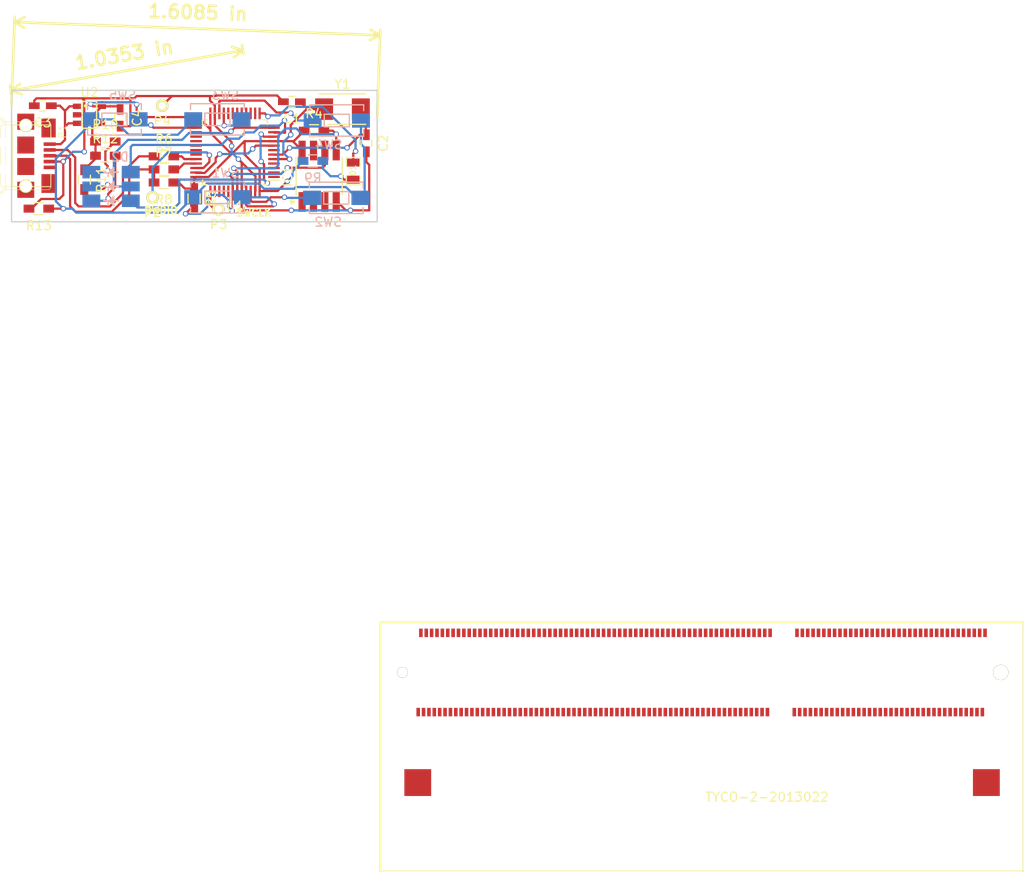
<source format=kicad_pcb>
(kicad_pcb (version 4) (host pcbnew 4.0.2-stable)

  (general
    (links 62)
    (no_connects 0)
    (area 27.99224 18.384759 73.487 44.785)
    (thickness 1.6)
    (drawings 10)
    (tracks 396)
    (zones 0)
    (modules 30)
    (nets 55)
  )

  (page A4)
  (layers
    (0 F.Cu signal)
    (31 B.Cu signal)
    (36 B.SilkS user)
    (37 F.SilkS user)
    (38 B.Mask user)
    (39 F.Mask user)
    (44 Edge.Cuts user)
  )

  (setup
    (last_trace_width 0.25)
    (trace_clearance 0.2)
    (zone_clearance 0.508)
    (zone_45_only no)
    (trace_min 0.2)
    (segment_width 0.2)
    (edge_width 0.15)
    (via_size 0.6)
    (via_drill 0.4)
    (via_min_size 0.4)
    (via_min_drill 0.3)
    (uvia_size 0.3)
    (uvia_drill 0.1)
    (uvias_allowed no)
    (uvia_min_size 0.2)
    (uvia_min_drill 0.1)
    (pcb_text_width 0.3)
    (pcb_text_size 1.5 1.5)
    (mod_edge_width 0.15)
    (mod_text_size 1 1)
    (mod_text_width 0.15)
    (pad_size 2 2.4)
    (pad_drill 0)
    (pad_to_mask_clearance 0)
    (aux_axis_origin 0 0)
    (visible_elements 7FFCFF1F)
    (pcbplotparams
      (layerselection 0x010c0_80000001)
      (usegerberextensions false)
      (excludeedgelayer true)
      (linewidth 0.100000)
      (plotframeref false)
      (viasonmask false)
      (mode 1)
      (useauxorigin false)
      (hpglpennumber 1)
      (hpglpenspeed 20)
      (hpglpendiameter 15)
      (hpglpenoverlay 2)
      (psnegative false)
      (psa4output false)
      (plotreference true)
      (plotvalue true)
      (plotinvisibletext false)
      (padsonsilk false)
      (subtractmaskfromsilk false)
      (outputformat 1)
      (mirror false)
      (drillshape 0)
      (scaleselection 1)
      (outputdirectory board/))
  )

  (net 0 "")
  (net 1 +3V3)
  (net 2 "Net-(C3-Pad1)")
  (net 3 "Net-(C1-Pad1)")
  (net 4 "Net-(C2-Pad1)")
  (net 5 /USB_DP)
  (net 6 /USB_DM)
  (net 7 "Net-(P1-Pad5)")
  (net 8 /SWDIO)
  (net 9 /SWCLK)
  (net 10 /BTN_1)
  (net 11 /BTN_2)
  (net 12 /BTN_3)
  (net 13 /BTN_4)
  (net 14 /BTN_5)
  (net 15 "Net-(U1-Pad1)")
  (net 16 "Net-(U1-Pad2)")
  (net 17 "Net-(U1-Pad3)")
  (net 18 "Net-(U1-Pad4)")
  (net 19 "Net-(U1-Pad18)")
  (net 20 "Net-(U1-Pad19)")
  (net 21 "Net-(U1-Pad20)")
  (net 22 "Net-(U1-Pad27)")
  (net 23 "Net-(U1-Pad28)")
  (net 24 "Net-(U1-Pad30)")
  (net 25 "Net-(U1-Pad31)")
  (net 26 "Net-(U1-Pad38)")
  (net 27 "Net-(U1-Pad39)")
  (net 28 "Net-(U1-Pad40)")
  (net 29 "Net-(U1-Pad41)")
  (net 30 GND)
  (net 31 /LED_READY)
  (net 32 "Net-(D1-Pad2)")
  (net 33 "Net-(D2-Pad4)")
  (net 34 "Net-(D2-Pad5)")
  (net 35 "Net-(D2-Pad6)")
  (net 36 /LED_R)
  (net 37 /LED_G)
  (net 38 /LED_B)
  (net 39 "Net-(IC1-Pad3)")
  (net 40 "Net-(IC1-Pad2)")
  (net 41 "Net-(IC1-Pad1)")
  (net 42 /I2C_SDA_1)
  (net 43 "Net-(P1-Pad3)")
  (net 44 "Net-(P1-Pad2)")
  (net 45 /I2C_SCL_1)
  (net 46 "Net-(R13-Pad1)")
  (net 47 "Net-(U1-Pad7)")
  (net 48 "Net-(IC1-Pad7)")
  (net 49 "Net-(U1-Pad14)")
  (net 50 "Net-(U1-Pad15)")
  (net 51 "Net-(U1-Pad16)")
  (net 52 "Net-(U1-Pad17)")
  (net 53 "Net-(U1-Pad29)")
  (net 54 "Net-(U1-Pad26)")

  (net_class Default "Это класс цепей по умолчанию."
    (clearance 0.2)
    (trace_width 0.25)
    (via_dia 0.6)
    (via_drill 0.4)
    (uvia_dia 0.3)
    (uvia_drill 0.1)
    (add_net +3V3)
    (add_net /BTN_1)
    (add_net /BTN_2)
    (add_net /BTN_3)
    (add_net /BTN_4)
    (add_net /BTN_5)
    (add_net /I2C_SCL_1)
    (add_net /I2C_SDA_1)
    (add_net /LED_B)
    (add_net /LED_G)
    (add_net /LED_R)
    (add_net /LED_READY)
    (add_net /SWCLK)
    (add_net /SWDIO)
    (add_net /USB_DM)
    (add_net /USB_DP)
    (add_net GND)
    (add_net "Net-(C1-Pad1)")
    (add_net "Net-(C2-Pad1)")
    (add_net "Net-(C3-Pad1)")
    (add_net "Net-(D1-Pad2)")
    (add_net "Net-(D2-Pad4)")
    (add_net "Net-(D2-Pad5)")
    (add_net "Net-(D2-Pad6)")
    (add_net "Net-(IC1-Pad1)")
    (add_net "Net-(IC1-Pad2)")
    (add_net "Net-(IC1-Pad3)")
    (add_net "Net-(IC1-Pad7)")
    (add_net "Net-(P1-Pad2)")
    (add_net "Net-(P1-Pad3)")
    (add_net "Net-(P1-Pad5)")
    (add_net "Net-(R13-Pad1)")
    (add_net "Net-(U1-Pad1)")
    (add_net "Net-(U1-Pad14)")
    (add_net "Net-(U1-Pad15)")
    (add_net "Net-(U1-Pad16)")
    (add_net "Net-(U1-Pad17)")
    (add_net "Net-(U1-Pad18)")
    (add_net "Net-(U1-Pad19)")
    (add_net "Net-(U1-Pad2)")
    (add_net "Net-(U1-Pad20)")
    (add_net "Net-(U1-Pad26)")
    (add_net "Net-(U1-Pad27)")
    (add_net "Net-(U1-Pad28)")
    (add_net "Net-(U1-Pad29)")
    (add_net "Net-(U1-Pad3)")
    (add_net "Net-(U1-Pad30)")
    (add_net "Net-(U1-Pad31)")
    (add_net "Net-(U1-Pad38)")
    (add_net "Net-(U1-Pad39)")
    (add_net "Net-(U1-Pad4)")
    (add_net "Net-(U1-Pad40)")
    (add_net "Net-(U1-Pad41)")
    (add_net "Net-(U1-Pad7)")
  )

  (module Capacitors_SMD:C_0603_HandSoldering (layer F.Cu) (tedit 541A9B4D) (tstamp 5757E654)
    (at 62.2935 29.972 180)
    (descr "Capacitor SMD 0603, hand soldering")
    (tags "capacitor 0603")
    (path /574F2133)
    (attr smd)
    (fp_text reference C1 (at 0 -1.9 180) (layer F.SilkS)
      (effects (font (size 1 1) (thickness 0.15)))
    )
    (fp_text value 22 (at 0 1.9 180) (layer F.Fab)
      (effects (font (size 1 1) (thickness 0.15)))
    )
    (fp_line (start -1.85 -0.75) (end 1.85 -0.75) (layer F.CrtYd) (width 0.05))
    (fp_line (start -1.85 0.75) (end 1.85 0.75) (layer F.CrtYd) (width 0.05))
    (fp_line (start -1.85 -0.75) (end -1.85 0.75) (layer F.CrtYd) (width 0.05))
    (fp_line (start 1.85 -0.75) (end 1.85 0.75) (layer F.CrtYd) (width 0.05))
    (fp_line (start -0.35 -0.6) (end 0.35 -0.6) (layer F.SilkS) (width 0.15))
    (fp_line (start 0.35 0.6) (end -0.35 0.6) (layer F.SilkS) (width 0.15))
    (pad 1 smd rect (at -0.95 0 180) (size 1.2 0.75) (layers F.Cu F.Mask)
      (net 3 "Net-(C1-Pad1)"))
    (pad 2 smd rect (at 0.95 0 180) (size 1.2 0.75) (layers F.Cu F.Mask)
      (net 30 GND))
    (model Capacitors_SMD.3dshapes/C_0603_HandSoldering.wrl
      (at (xyz 0 0 0))
      (scale (xyz 1 1 1))
      (rotate (xyz 0 0 0))
    )
  )

  (module Capacitors_SMD:C_0603_HandSoldering (layer F.Cu) (tedit 541A9B4D) (tstamp 5757E65A)
    (at 70.612 34.6075 270)
    (descr "Capacitor SMD 0603, hand soldering")
    (tags "capacitor 0603")
    (path /574F21A6)
    (attr smd)
    (fp_text reference C2 (at 0 -1.9 270) (layer F.SilkS)
      (effects (font (size 1 1) (thickness 0.15)))
    )
    (fp_text value 22 (at 0 1.9 270) (layer F.Fab)
      (effects (font (size 1 1) (thickness 0.15)))
    )
    (fp_line (start -1.85 -0.75) (end 1.85 -0.75) (layer F.CrtYd) (width 0.05))
    (fp_line (start -1.85 0.75) (end 1.85 0.75) (layer F.CrtYd) (width 0.05))
    (fp_line (start -1.85 -0.75) (end -1.85 0.75) (layer F.CrtYd) (width 0.05))
    (fp_line (start 1.85 -0.75) (end 1.85 0.75) (layer F.CrtYd) (width 0.05))
    (fp_line (start -0.35 -0.6) (end 0.35 -0.6) (layer F.SilkS) (width 0.15))
    (fp_line (start 0.35 0.6) (end -0.35 0.6) (layer F.SilkS) (width 0.15))
    (pad 1 smd rect (at -0.95 0 270) (size 1.2 0.75) (layers F.Cu F.Mask)
      (net 4 "Net-(C2-Pad1)"))
    (pad 2 smd rect (at 0.95 0 270) (size 1.2 0.75) (layers F.Cu F.Mask)
      (net 30 GND))
    (model Capacitors_SMD.3dshapes/C_0603_HandSoldering.wrl
      (at (xyz 0 0 0))
      (scale (xyz 1 1 1))
      (rotate (xyz 0 0 0))
    )
  )

  (module Capacitors_SMD:C_0603_HandSoldering (layer F.Cu) (tedit 541A9B4D) (tstamp 5757E660)
    (at 34.4805 30.4165 180)
    (descr "Capacitor SMD 0603, hand soldering")
    (tags "capacitor 0603")
    (path /574F0287)
    (attr smd)
    (fp_text reference C3 (at 0 -1.9 180) (layer F.SilkS)
      (effects (font (size 1 1) (thickness 0.15)))
    )
    (fp_text value 100nf (at 0 1.9 180) (layer F.Fab)
      (effects (font (size 1 1) (thickness 0.15)))
    )
    (fp_line (start -1.85 -0.75) (end 1.85 -0.75) (layer F.CrtYd) (width 0.05))
    (fp_line (start -1.85 0.75) (end 1.85 0.75) (layer F.CrtYd) (width 0.05))
    (fp_line (start -1.85 -0.75) (end -1.85 0.75) (layer F.CrtYd) (width 0.05))
    (fp_line (start 1.85 -0.75) (end 1.85 0.75) (layer F.CrtYd) (width 0.05))
    (fp_line (start -0.35 -0.6) (end 0.35 -0.6) (layer F.SilkS) (width 0.15))
    (fp_line (start 0.35 0.6) (end -0.35 0.6) (layer F.SilkS) (width 0.15))
    (pad 1 smd rect (at -0.95 0 180) (size 1.2 0.75) (layers F.Cu F.Mask)
      (net 2 "Net-(C3-Pad1)"))
    (pad 2 smd rect (at 0.95 0 180) (size 1.2 0.75) (layers F.Cu F.Mask)
      (net 30 GND))
    (model Capacitors_SMD.3dshapes/C_0603_HandSoldering.wrl
      (at (xyz 0 0 0))
      (scale (xyz 1 1 1))
      (rotate (xyz 0 0 0))
    )
  )

  (module Capacitors_SMD:C_0603_HandSoldering (layer F.Cu) (tedit 541A9B4D) (tstamp 5757E666)
    (at 43.1165 31.75 270)
    (descr "Capacitor SMD 0603, hand soldering")
    (tags "capacitor 0603")
    (path /574F048C)
    (attr smd)
    (fp_text reference C4 (at 0 -1.9 270) (layer F.SilkS)
      (effects (font (size 1 1) (thickness 0.15)))
    )
    (fp_text value 1mf (at 0 1.9 270) (layer F.Fab)
      (effects (font (size 1 1) (thickness 0.15)))
    )
    (fp_line (start -1.85 -0.75) (end 1.85 -0.75) (layer F.CrtYd) (width 0.05))
    (fp_line (start -1.85 0.75) (end 1.85 0.75) (layer F.CrtYd) (width 0.05))
    (fp_line (start -1.85 -0.75) (end -1.85 0.75) (layer F.CrtYd) (width 0.05))
    (fp_line (start 1.85 -0.75) (end 1.85 0.75) (layer F.CrtYd) (width 0.05))
    (fp_line (start -0.35 -0.6) (end 0.35 -0.6) (layer F.SilkS) (width 0.15))
    (fp_line (start 0.35 0.6) (end -0.35 0.6) (layer F.SilkS) (width 0.15))
    (pad 1 smd rect (at -0.95 0 270) (size 1.2 0.75) (layers F.Cu F.Mask)
      (net 1 +3V3))
    (pad 2 smd rect (at 0.95 0 270) (size 1.2 0.75) (layers F.Cu F.Mask)
      (net 30 GND))
    (model Capacitors_SMD.3dshapes/C_0603_HandSoldering.wrl
      (at (xyz 0 0 0))
      (scale (xyz 1 1 1))
      (rotate (xyz 0 0 0))
    )
  )

  (module smd:SM0805 (layer F.Cu) (tedit 540D8220) (tstamp 5757E66C)
    (at 69.1515 37.719 270)
    (path /57584AA2)
    (attr smd)
    (fp_text reference D1 (at -0.08128 0.03302 270) (layer F.SilkS)
      (effects (font (size 0.635 0.635) (thickness 0.127)))
    )
    (fp_text value YELLOW (at 0 0 270) (layer F.SilkS) hide
      (effects (font (size 0.635 0.635) (thickness 0.127)))
    )
    (fp_line (start -0.508 0.762) (end -1.524 0.762) (layer F.SilkS) (width 0.127))
    (fp_line (start -1.524 0.762) (end -1.524 -0.762) (layer F.SilkS) (width 0.127))
    (fp_line (start -1.524 -0.762) (end -0.508 -0.762) (layer F.SilkS) (width 0.127))
    (fp_line (start 0.508 -0.762) (end 1.524 -0.762) (layer F.SilkS) (width 0.127))
    (fp_line (start 1.524 -0.762) (end 1.524 0.762) (layer F.SilkS) (width 0.127))
    (fp_line (start 1.524 0.762) (end 0.508 0.762) (layer F.SilkS) (width 0.127))
    (pad 1 smd rect (at -0.9525 0 270) (size 0.889 1.397) (layers F.Cu F.Mask)
      (net 31 /LED_READY))
    (pad 2 smd rect (at 0.9525 0 270) (size 0.889 1.397) (layers F.Cu F.Mask)
      (net 32 "Net-(D1-Pad2)"))
    (model smd/chip_cms.wrl
      (at (xyz 0 0 0))
      (scale (xyz 0.1 0.1 0.1))
      (rotate (xyz 0 0 0))
    )
  )

  (module user:LED_5050_RGB (layer B.Cu) (tedit 5514A1B3) (tstamp 5757E676)
    (at 42.1005 39.4335 180)
    (path /575831EE)
    (fp_text reference D2 (at -1 3.3 180) (layer B.SilkS)
      (effects (font (size 1 1) (thickness 0.15)) (justify mirror))
    )
    (fp_text value LED_RGB_0505 (at 0 -3.3 180) (layer B.SilkS) hide
      (effects (font (size 1 1) (thickness 0.15)) (justify mirror))
    )
    (fp_circle (center 0 0) (end 0.3 0) (layer B.Adhes) (width 0.6))
    (fp_line (start 1.8 -1.5) (end 2.1 -1.5) (layer B.Fab) (width 0.15))
    (fp_line (start 1.8 -1.6) (end 1.8 -1.5) (layer B.Fab) (width 0.15))
    (fp_line (start 2.2 -1.6) (end 1.8 -1.6) (layer B.Fab) (width 0.15))
    (fp_line (start 2.2 -1.4) (end 2.2 -1.6) (layer B.Fab) (width 0.15))
    (fp_line (start 1.7 -1.4) (end 2.2 -1.4) (layer B.Fab) (width 0.15))
    (fp_line (start 1.7 -1.7) (end 1.7 -1.4) (layer B.Fab) (width 0.15))
    (fp_line (start 2.3 -1.7) (end 1.7 -1.7) (layer B.Fab) (width 0.15))
    (fp_line (start 2.3 -1.3) (end 2.3 -1.7) (layer B.Fab) (width 0.15))
    (fp_line (start 1.6 -1.3) (end 2.3 -1.3) (layer B.Fab) (width 0.15))
    (fp_line (start 1.6 -1.8) (end 1.6 -1.3) (layer B.Fab) (width 0.15))
    (fp_line (start 2.4 -1.8) (end 1.6 -1.8) (layer B.Fab) (width 0.15))
    (fp_line (start 2.4 -1.2) (end 2.4 -1.8) (layer B.Fab) (width 0.15))
    (fp_line (start 1.5 -1.2) (end 2.4 -1.2) (layer B.Fab) (width 0.15))
    (fp_line (start 1.5 -1.9) (end 1.5 -1.2) (layer B.Fab) (width 0.15))
    (fp_line (start 2.6 -1.9) (end 1.5 -1.9) (layer B.Fab) (width 0.15))
    (fp_line (start 2.6 -1.1) (end 2.6 -1.9) (layer B.Fab) (width 0.15))
    (fp_line (start 1.4 -1.1) (end 2.6 -1.1) (layer B.Fab) (width 0.15))
    (fp_line (start 1.4 -1.9) (end 1.4 -1.1) (layer B.Fab) (width 0.15))
    (fp_line (start 1.3 -2) (end 1.4 -1.9) (layer B.Fab) (width 0.15))
    (fp_line (start 2.7 -2) (end 1.3 -2) (layer B.Fab) (width 0.15))
    (fp_line (start 2.7 -1) (end 2.7 -2) (layer B.Fab) (width 0.15))
    (fp_line (start 1.3 -1) (end 2.7 -1) (layer B.Fab) (width 0.15))
    (fp_line (start 1.3 -2) (end 1.3 -1) (layer B.Fab) (width 0.15))
    (fp_line (start 1.7 0) (end 2.1 0) (layer B.Fab) (width 0.15))
    (fp_line (start 1.7 -0.1) (end 1.7 0) (layer B.Fab) (width 0.15))
    (fp_line (start 2.2 -0.1) (end 1.7 -0.1) (layer B.Fab) (width 0.15))
    (fp_line (start 2.2 0.1) (end 2.2 -0.1) (layer B.Fab) (width 0.15))
    (fp_line (start 1.6 0.1) (end 2.2 0.1) (layer B.Fab) (width 0.15))
    (fp_line (start 1.6 -0.2) (end 1.6 0.1) (layer B.Fab) (width 0.15))
    (fp_line (start 2.3 -0.2) (end 1.6 -0.2) (layer B.Fab) (width 0.15))
    (fp_line (start 2.3 0.2) (end 2.3 -0.2) (layer B.Fab) (width 0.15))
    (fp_line (start 1.5 0.2) (end 2.3 0.2) (layer B.Fab) (width 0.15))
    (fp_line (start 1.5 -0.3) (end 1.5 0.2) (layer B.Fab) (width 0.15))
    (fp_line (start 2.4 -0.3) (end 1.5 -0.3) (layer B.Fab) (width 0.15))
    (fp_line (start 2.4 0.3) (end 2.4 -0.3) (layer B.Fab) (width 0.15))
    (fp_line (start 1.4 0.3) (end 2.4 0.3) (layer B.Fab) (width 0.15))
    (fp_line (start 1.4 -0.4) (end 1.4 0.3) (layer B.Fab) (width 0.15))
    (fp_line (start 2.7 -0.4) (end 1.3 -0.4) (layer B.Fab) (width 0.15))
    (fp_line (start 2.6 0.4) (end 2.6 -0.4) (layer B.Fab) (width 0.15))
    (fp_line (start 1.3 0.4) (end 2.7 0.4) (layer B.Fab) (width 0.15))
    (fp_line (start 1.3 -0.4) (end 1.3 0.4) (layer B.Fab) (width 0.15))
    (fp_line (start 2.7 0.4) (end 2.7 -0.4) (layer B.Fab) (width 0.15))
    (fp_line (start 2.2 1.5) (end 1.8 1.5) (layer B.Fab) (width 0.15))
    (fp_line (start 2.2 1.4) (end 2.2 1.5) (layer B.Fab) (width 0.15))
    (fp_line (start 1.7 1.4) (end 2.2 1.4) (layer B.Fab) (width 0.15))
    (fp_line (start 1.7 1.6) (end 1.7 1.4) (layer B.Fab) (width 0.15))
    (fp_line (start 2.3 1.6) (end 1.7 1.6) (layer B.Fab) (width 0.15))
    (fp_line (start 2.3 1.3) (end 2.3 1.6) (layer B.Fab) (width 0.15))
    (fp_line (start 1.6 1.3) (end 2.3 1.3) (layer B.Fab) (width 0.15))
    (fp_line (start 1.6 1.7) (end 1.6 1.3) (layer B.Fab) (width 0.15))
    (fp_line (start 2.4 1.7) (end 1.6 1.7) (layer B.Fab) (width 0.15))
    (fp_line (start 2.4 1.2) (end 2.4 1.7) (layer B.Fab) (width 0.15))
    (fp_line (start 1.5 1.2) (end 2.4 1.2) (layer B.Fab) (width 0.15))
    (fp_line (start 1.5 1.8) (end 1.5 1.2) (layer B.Fab) (width 0.15))
    (fp_line (start 2.6 1.8) (end 1.5 1.8) (layer B.Fab) (width 0.15))
    (fp_line (start 2.6 1.1) (end 2.6 1.8) (layer B.Fab) (width 0.15))
    (fp_line (start 1.4 1.1) (end 2.6 1.1) (layer B.Fab) (width 0.15))
    (fp_line (start 1.4 1.9) (end 1.4 1.1) (layer B.Fab) (width 0.15))
    (fp_line (start 2.6 1.9) (end 1.4 1.9) (layer B.Fab) (width 0.15))
    (fp_line (start 2.7 2) (end 2.6 1.9) (layer B.Fab) (width 0.15))
    (fp_line (start 2.7 1) (end 2.7 2) (layer B.Fab) (width 0.15))
    (fp_line (start 1.3 1) (end 2.7 1) (layer B.Fab) (width 0.15))
    (fp_line (start 1.3 2) (end 1.3 1) (layer B.Fab) (width 0.15))
    (fp_line (start 2.7 2) (end 1.3 2) (layer B.Fab) (width 0.15))
    (fp_line (start -2.1 -1.5) (end -1.8 -1.5) (layer B.Fab) (width 0.15))
    (fp_line (start -2.1 -1.6) (end -2.1 -1.5) (layer B.Fab) (width 0.15))
    (fp_line (start -1.7 -1.6) (end -2.1 -1.6) (layer B.Fab) (width 0.15))
    (fp_line (start -1.7 -1.4) (end -1.7 -1.6) (layer B.Fab) (width 0.15))
    (fp_line (start -2.2 -1.4) (end -1.7 -1.4) (layer B.Fab) (width 0.15))
    (fp_line (start -2.2 -1.7) (end -2.2 -1.4) (layer B.Fab) (width 0.15))
    (fp_line (start -1.6 -1.7) (end -2.2 -1.7) (layer B.Fab) (width 0.15))
    (fp_line (start -1.6 -1.3) (end -1.6 -1.7) (layer B.Fab) (width 0.15))
    (fp_line (start -2.3 -1.3) (end -1.6 -1.3) (layer B.Fab) (width 0.15))
    (fp_line (start -2.3 -1.8) (end -2.3 -1.3) (layer B.Fab) (width 0.15))
    (fp_line (start -1.5 -1.8) (end -2.3 -1.8) (layer B.Fab) (width 0.15))
    (fp_line (start -1.5 -1.2) (end -1.5 -1.8) (layer B.Fab) (width 0.15))
    (fp_line (start -2.4 -1.2) (end -1.5 -1.2) (layer B.Fab) (width 0.15))
    (fp_line (start -2.4 -1.9) (end -2.4 -1.2) (layer B.Fab) (width 0.15))
    (fp_line (start -1.4 -1.9) (end -2.4 -1.9) (layer B.Fab) (width 0.15))
    (fp_line (start -1.4 -1.1) (end -1.4 -1.9) (layer B.Fab) (width 0.15))
    (fp_line (start -2.6 -1.1) (end -1.4 -1.1) (layer B.Fab) (width 0.15))
    (fp_line (start -2.6 -1.9) (end -2.6 -1.1) (layer B.Fab) (width 0.15))
    (fp_line (start -2.7 -2) (end -2.6 -1.9) (layer B.Fab) (width 0.15))
    (fp_line (start -1.3 -2) (end -2.7 -2) (layer B.Fab) (width 0.15))
    (fp_line (start -1.3 -1) (end -1.3 -2) (layer B.Fab) (width 0.15))
    (fp_line (start -2.7 -1) (end -1.3 -1) (layer B.Fab) (width 0.15))
    (fp_line (start -2.7 -2) (end -2.7 -1) (layer B.Fab) (width 0.15))
    (fp_line (start -2.2 0) (end -1.8 0) (layer B.Fab) (width 0.15))
    (fp_line (start -2.2 -0.1) (end -2.2 0) (layer B.Fab) (width 0.15))
    (fp_line (start -1.7 -0.1) (end -2.2 -0.1) (layer B.Fab) (width 0.15))
    (fp_line (start -1.7 0.1) (end -1.7 -0.1) (layer B.Fab) (width 0.15))
    (fp_line (start -2.3 0.1) (end -1.7 0.1) (layer B.Fab) (width 0.15))
    (fp_line (start -2.3 -0.2) (end -2.3 0.1) (layer B.Fab) (width 0.15))
    (fp_line (start -1.6 -0.2) (end -2.3 -0.2) (layer B.Fab) (width 0.15))
    (fp_line (start -1.6 0.2) (end -1.6 -0.2) (layer B.Fab) (width 0.15))
    (fp_line (start -2.4 0.2) (end -1.6 0.2) (layer B.Fab) (width 0.15))
    (fp_line (start -2.4 -0.3) (end -2.4 0.2) (layer B.Fab) (width 0.15))
    (fp_line (start -1.5 -0.3) (end -2.4 -0.3) (layer B.Fab) (width 0.15))
    (fp_line (start -1.5 0.3) (end -1.5 -0.3) (layer B.Fab) (width 0.15))
    (fp_line (start -2.6 0.3) (end -1.5 0.3) (layer B.Fab) (width 0.15))
    (fp_line (start -2.6 -0.4) (end -2.6 0.3) (layer B.Fab) (width 0.15))
    (fp_line (start -1.3 -0.4) (end -2.7 -0.4) (layer B.Fab) (width 0.15))
    (fp_line (start -1.4 0.4) (end -1.4 -0.4) (layer B.Fab) (width 0.15))
    (fp_line (start -2.7 0.4) (end -1.3 0.4) (layer B.Fab) (width 0.15))
    (fp_line (start -2.2 1.5) (end -1.8 1.5) (layer B.Fab) (width 0.15))
    (fp_line (start -2.2 1.4) (end -2.2 1.5) (layer B.Fab) (width 0.15))
    (fp_line (start -1.7 1.4) (end -2.2 1.4) (layer B.Fab) (width 0.15))
    (fp_line (start -1.7 1.6) (end -1.7 1.4) (layer B.Fab) (width 0.15))
    (fp_line (start -2.3 1.6) (end -1.7 1.6) (layer B.Fab) (width 0.15))
    (fp_line (start -2.3 1.3) (end -2.3 1.6) (layer B.Fab) (width 0.15))
    (fp_line (start -1.6 1.3) (end -2.3 1.3) (layer B.Fab) (width 0.15))
    (fp_line (start -1.6 1.7) (end -1.6 1.3) (layer B.Fab) (width 0.15))
    (fp_line (start -2.3 1.7) (end -1.6 1.7) (layer B.Fab) (width 0.15))
    (fp_line (start -2.4 1.2) (end -2.4 1.8) (layer B.Fab) (width 0.15))
    (fp_line (start -1.5 1.2) (end -2.4 1.2) (layer B.Fab) (width 0.15))
    (fp_line (start -1.5 1.8) (end -1.5 1.2) (layer B.Fab) (width 0.15))
    (fp_line (start -2.4 1.8) (end -1.5 1.8) (layer B.Fab) (width 0.15))
    (fp_line (start -2.6 1.1) (end -2.6 1.9) (layer B.Fab) (width 0.15))
    (fp_line (start -1.4 1.1) (end -2.6 1.1) (layer B.Fab) (width 0.15))
    (fp_line (start -1.4 1.9) (end -1.4 1.1) (layer B.Fab) (width 0.15))
    (fp_line (start -2.6 1.9) (end -1.4 1.9) (layer B.Fab) (width 0.15))
    (fp_line (start -2.7 -0.4) (end -2.7 0.4) (layer B.Fab) (width 0.15))
    (fp_line (start -1.3 0.4) (end -1.3 -0.4) (layer B.Fab) (width 0.15))
    (fp_line (start -1.3 1) (end -2.7 1) (layer B.Fab) (width 0.15))
    (fp_line (start -1.3 2) (end -1.3 1) (layer B.Fab) (width 0.15))
    (fp_line (start -2.7 2) (end -1.3 2) (layer B.Fab) (width 0.15))
    (fp_line (start -2.7 1) (end -2.7 2) (layer B.Fab) (width 0.15))
    (fp_line (start -2.5 2.4) (end -2.4 2.5) (layer B.Fab) (width 0.1))
    (fp_line (start -2.4 2.5) (end -2.3 2.5) (layer B.Fab) (width 0.1))
    (fp_line (start -2.3 2.5) (end -2.5 2.3) (layer B.Fab) (width 0.1))
    (fp_line (start -2.5 2.3) (end -2.5 2.2) (layer B.Fab) (width 0.1))
    (fp_line (start -2.5 2.2) (end -2.2 2.5) (layer B.Fab) (width 0.1))
    (fp_line (start -2.2 2.5) (end -2.1 2.5) (layer B.Fab) (width 0.1))
    (fp_line (start -2.1 2.5) (end -2.5 2.1) (layer B.Fab) (width 0.1))
    (fp_line (start 0 1.7) (end 0 1.5) (layer B.SilkS) (width 0.15))
    (fp_line (start -0.1 1.8) (end 0 1.7) (layer B.SilkS) (width 0.15))
    (fp_line (start -0.1 1.4) (end -0.1 1.8) (layer B.SilkS) (width 0.15))
    (fp_line (start -0.2 1.3) (end -0.1 1.4) (layer B.SilkS) (width 0.15))
    (fp_line (start -0.2 2) (end -0.2 1.3) (layer B.SilkS) (width 0.15))
    (fp_line (start -0.3 2.1) (end -0.2 2) (layer B.SilkS) (width 0.15))
    (fp_line (start -0.3 1.1) (end -0.3 2.1) (layer B.SilkS) (width 0.15))
    (fp_line (start 0.2 1.6) (end -0.3 1.1) (layer B.SilkS) (width 0.15))
    (fp_line (start -0.3 2.1) (end 0.2 1.6) (layer B.SilkS) (width 0.15))
    (fp_line (start 0.3 2.1) (end 0.3 1.1) (layer B.SilkS) (width 0.15))
    (fp_line (start -0.8 1.6) (end 0.8 1.6) (layer B.SilkS) (width 0.15))
    (fp_line (start -0.8 1.6) (end 0.8 1.6) (layer B.SilkS) (width 0.15))
    (fp_line (start 0.3 2.1) (end 0.3 1.1) (layer B.SilkS) (width 0.15))
    (fp_line (start -0.3 2.1) (end 0.2 1.6) (layer B.SilkS) (width 0.15))
    (fp_line (start 0.2 1.6) (end -0.3 1.1) (layer B.SilkS) (width 0.15))
    (fp_line (start -0.3 1.1) (end -0.3 2.1) (layer B.SilkS) (width 0.15))
    (fp_line (start -0.3 2.1) (end -0.2 2) (layer B.SilkS) (width 0.15))
    (fp_line (start -0.2 2) (end -0.2 1.3) (layer B.SilkS) (width 0.15))
    (fp_line (start -0.2 1.3) (end -0.1 1.4) (layer B.SilkS) (width 0.15))
    (fp_line (start -0.1 1.4) (end -0.1 1.8) (layer B.SilkS) (width 0.15))
    (fp_line (start -0.1 1.8) (end 0 1.7) (layer B.SilkS) (width 0.15))
    (fp_line (start 0 1.7) (end 0 1.5) (layer B.SilkS) (width 0.15))
    (fp_line (start 0 1.7) (end 0 1.5) (layer B.SilkS) (width 0.15))
    (fp_line (start -0.1 1.8) (end 0 1.7) (layer B.SilkS) (width 0.15))
    (fp_line (start -0.1 1.4) (end -0.1 1.8) (layer B.SilkS) (width 0.15))
    (fp_line (start -0.2 1.3) (end -0.1 1.4) (layer B.SilkS) (width 0.15))
    (fp_line (start -0.2 2) (end -0.2 1.3) (layer B.SilkS) (width 0.15))
    (fp_line (start -0.3 2.1) (end -0.2 2) (layer B.SilkS) (width 0.15))
    (fp_line (start -0.3 1.1) (end -0.3 2.1) (layer B.SilkS) (width 0.15))
    (fp_line (start 0.2 1.6) (end -0.3 1.1) (layer B.SilkS) (width 0.15))
    (fp_line (start -0.3 2.1) (end 0.2 1.6) (layer B.SilkS) (width 0.15))
    (fp_line (start 0.3 2.1) (end 0.3 1.1) (layer B.SilkS) (width 0.15))
    (fp_line (start -0.8 1.6) (end 0.8 1.6) (layer B.SilkS) (width 0.15))
    (fp_line (start -0.8 1.6) (end 0.8 1.6) (layer B.SilkS) (width 0.15))
    (fp_line (start 0.3 2.1) (end 0.3 1.1) (layer B.SilkS) (width 0.15))
    (fp_line (start -0.3 2.1) (end 0.2 1.6) (layer B.SilkS) (width 0.15))
    (fp_line (start 0.2 1.6) (end -0.3 1.1) (layer B.SilkS) (width 0.15))
    (fp_line (start -0.3 1.1) (end -0.3 2.1) (layer B.SilkS) (width 0.15))
    (fp_line (start -0.3 2.1) (end -0.2 2) (layer B.SilkS) (width 0.15))
    (fp_line (start -0.2 2) (end -0.2 1.3) (layer B.SilkS) (width 0.15))
    (fp_line (start -0.2 1.3) (end -0.1 1.4) (layer B.SilkS) (width 0.15))
    (fp_line (start -0.1 1.4) (end -0.1 1.8) (layer B.SilkS) (width 0.15))
    (fp_line (start -0.1 1.8) (end 0 1.7) (layer B.SilkS) (width 0.15))
    (fp_line (start 0 1.7) (end 0 1.5) (layer B.SilkS) (width 0.15))
    (fp_line (start 0 -1.5) (end 0 -1.7) (layer B.SilkS) (width 0.15))
    (fp_line (start -0.1 -1.4) (end 0 -1.5) (layer B.SilkS) (width 0.15))
    (fp_line (start -0.1 -1.8) (end -0.1 -1.4) (layer B.SilkS) (width 0.15))
    (fp_line (start -0.2 -1.9) (end -0.1 -1.8) (layer B.SilkS) (width 0.15))
    (fp_line (start -0.2 -1.2) (end -0.2 -1.9) (layer B.SilkS) (width 0.15))
    (fp_line (start -0.3 -1.1) (end -0.2 -1.2) (layer B.SilkS) (width 0.15))
    (fp_line (start -0.3 -2.1) (end -0.3 -1.1) (layer B.SilkS) (width 0.15))
    (fp_line (start 0.2 -1.6) (end -0.3 -2.1) (layer B.SilkS) (width 0.15))
    (fp_line (start -0.3 -1.1) (end 0.2 -1.6) (layer B.SilkS) (width 0.15))
    (fp_line (start 0.3 -1.1) (end 0.3 -2.1) (layer B.SilkS) (width 0.15))
    (fp_line (start -0.8 -1.6) (end 0.8 -1.6) (layer B.SilkS) (width 0.15))
    (fp_line (start -0.8 -1.6) (end 0.8 -1.6) (layer B.SilkS) (width 0.15))
    (fp_line (start 0.3 -1.1) (end 0.3 -2.1) (layer B.SilkS) (width 0.15))
    (fp_line (start -0.3 -1.1) (end 0.2 -1.6) (layer B.SilkS) (width 0.15))
    (fp_line (start 0.2 -1.6) (end -0.3 -2.1) (layer B.SilkS) (width 0.15))
    (fp_line (start -0.3 -2.1) (end -0.3 -1.1) (layer B.SilkS) (width 0.15))
    (fp_line (start -0.3 -1.1) (end -0.2 -1.2) (layer B.SilkS) (width 0.15))
    (fp_line (start -0.2 -1.2) (end -0.2 -1.9) (layer B.SilkS) (width 0.15))
    (fp_line (start -0.2 -1.9) (end -0.1 -1.8) (layer B.SilkS) (width 0.15))
    (fp_line (start -0.1 -1.8) (end -0.1 -1.4) (layer B.SilkS) (width 0.15))
    (fp_line (start -0.1 -1.4) (end 0 -1.5) (layer B.SilkS) (width 0.15))
    (fp_line (start 0 -1.5) (end 0 -1.7) (layer B.SilkS) (width 0.15))
    (fp_line (start 0 -1.5) (end 0 -1.7) (layer B.SilkS) (width 0.15))
    (fp_line (start -0.1 -1.4) (end 0 -1.5) (layer B.SilkS) (width 0.15))
    (fp_line (start -0.1 -1.8) (end -0.1 -1.4) (layer B.SilkS) (width 0.15))
    (fp_line (start -0.2 -1.9) (end -0.1 -1.8) (layer B.SilkS) (width 0.15))
    (fp_line (start -0.2 -1.2) (end -0.2 -1.9) (layer B.SilkS) (width 0.15))
    (fp_line (start -0.3 -1.1) (end -0.2 -1.2) (layer B.SilkS) (width 0.15))
    (fp_line (start -0.3 -2.1) (end -0.3 -1.1) (layer B.SilkS) (width 0.15))
    (fp_line (start 0.2 -1.6) (end -0.3 -2.1) (layer B.SilkS) (width 0.15))
    (fp_line (start -0.3 -1.1) (end 0.2 -1.6) (layer B.SilkS) (width 0.15))
    (fp_line (start 0.3 -1.1) (end 0.3 -2.1) (layer B.SilkS) (width 0.15))
    (fp_line (start -0.8 -1.6) (end 0.8 -1.6) (layer B.SilkS) (width 0.15))
    (fp_line (start -0.8 -1.6) (end 0.8 -1.6) (layer B.SilkS) (width 0.15))
    (fp_line (start 0.3 -1.1) (end 0.3 -2.1) (layer B.SilkS) (width 0.15))
    (fp_line (start -0.3 -1.1) (end 0.2 -1.6) (layer B.SilkS) (width 0.15))
    (fp_line (start 0.2 -1.6) (end -0.3 -2.1) (layer B.SilkS) (width 0.15))
    (fp_line (start -0.3 -2.1) (end -0.3 -1.1) (layer B.SilkS) (width 0.15))
    (fp_line (start -0.3 -1.1) (end -0.2 -1.2) (layer B.SilkS) (width 0.15))
    (fp_line (start -0.2 -1.2) (end -0.2 -1.9) (layer B.SilkS) (width 0.15))
    (fp_line (start -0.2 -1.9) (end -0.1 -1.8) (layer B.SilkS) (width 0.15))
    (fp_line (start -0.1 -1.8) (end -0.1 -1.4) (layer B.SilkS) (width 0.15))
    (fp_line (start -0.1 -1.4) (end 0 -1.5) (layer B.SilkS) (width 0.15))
    (fp_line (start 0 -1.5) (end 0 -1.7) (layer B.SilkS) (width 0.15))
    (fp_line (start 0 0.1) (end 0 -0.1) (layer B.SilkS) (width 0.15))
    (fp_line (start -0.1 0.2) (end 0 0.1) (layer B.SilkS) (width 0.15))
    (fp_line (start -0.1 -0.2) (end -0.1 0.2) (layer B.SilkS) (width 0.15))
    (fp_line (start -0.2 -0.3) (end -0.1 -0.2) (layer B.SilkS) (width 0.15))
    (fp_line (start -0.2 0.4) (end -0.2 -0.3) (layer B.SilkS) (width 0.15))
    (fp_line (start -0.3 0.5) (end -0.2 0.4) (layer B.SilkS) (width 0.15))
    (fp_line (start -0.3 -0.5) (end -0.3 0.5) (layer B.SilkS) (width 0.15))
    (fp_line (start 0.2 0) (end -0.3 -0.5) (layer B.SilkS) (width 0.15))
    (fp_line (start -0.3 0.5) (end 0.2 0) (layer B.SilkS) (width 0.15))
    (fp_line (start 0.3 0.5) (end 0.3 -0.5) (layer B.SilkS) (width 0.15))
    (fp_line (start -0.8 0) (end 0.8 0) (layer B.SilkS) (width 0.15))
    (fp_line (start -0.8 0) (end 0.8 0) (layer B.SilkS) (width 0.15))
    (fp_line (start 0.3 0.5) (end 0.3 -0.5) (layer B.SilkS) (width 0.15))
    (fp_line (start -0.3 0.5) (end 0.2 0) (layer B.SilkS) (width 0.15))
    (fp_line (start 0.2 0) (end -0.3 -0.5) (layer B.SilkS) (width 0.15))
    (fp_line (start -0.3 -0.5) (end -0.3 0.5) (layer B.SilkS) (width 0.15))
    (fp_line (start -0.3 0.5) (end -0.2 0.4) (layer B.SilkS) (width 0.15))
    (fp_line (start -0.2 0.4) (end -0.2 -0.3) (layer B.SilkS) (width 0.15))
    (fp_line (start -0.2 -0.3) (end -0.1 -0.2) (layer B.SilkS) (width 0.15))
    (fp_line (start -0.1 -0.2) (end -0.1 0.2) (layer B.SilkS) (width 0.15))
    (fp_line (start -0.1 0.2) (end 0 0.1) (layer B.SilkS) (width 0.15))
    (fp_line (start 0 0.1) (end 0 -0.1) (layer B.SilkS) (width 0.15))
    (fp_line (start 0 0.1) (end 0 -0.1) (layer B.SilkS) (width 0.15))
    (fp_line (start -0.1 0.2) (end 0 0.1) (layer B.SilkS) (width 0.15))
    (fp_line (start -0.1 -0.2) (end -0.1 0.2) (layer B.SilkS) (width 0.15))
    (fp_line (start -0.2 -0.3) (end -0.1 -0.2) (layer B.SilkS) (width 0.15))
    (fp_line (start -0.2 0.4) (end -0.2 -0.3) (layer B.SilkS) (width 0.15))
    (fp_line (start -0.3 0.5) (end -0.2 0.4) (layer B.SilkS) (width 0.15))
    (fp_line (start -0.3 -0.5) (end -0.3 0.5) (layer B.SilkS) (width 0.15))
    (fp_line (start 0.2 0) (end -0.3 -0.5) (layer B.SilkS) (width 0.15))
    (fp_line (start -0.3 0.5) (end 0.2 0) (layer B.SilkS) (width 0.15))
    (fp_line (start 0.3 0.5) (end 0.3 -0.5) (layer B.SilkS) (width 0.15))
    (fp_line (start -0.8 0) (end 0.8 0) (layer B.SilkS) (width 0.15))
    (fp_line (start -0.8 0) (end 0.8 0) (layer B.SilkS) (width 0.15))
    (fp_line (start 0.3 0.5) (end 0.3 -0.5) (layer B.SilkS) (width 0.15))
    (fp_line (start -0.3 0.5) (end 0.2 0) (layer B.SilkS) (width 0.15))
    (fp_line (start 0.2 0) (end -0.3 -0.5) (layer B.SilkS) (width 0.15))
    (fp_line (start -0.3 -0.5) (end -0.3 0.5) (layer B.SilkS) (width 0.15))
    (fp_line (start -0.3 0.5) (end -0.2 0.4) (layer B.SilkS) (width 0.15))
    (fp_line (start -0.2 0.4) (end -0.2 -0.3) (layer B.SilkS) (width 0.15))
    (fp_line (start -0.2 -0.3) (end -0.1 -0.2) (layer B.SilkS) (width 0.15))
    (fp_line (start -0.1 -0.2) (end -0.1 0.2) (layer B.SilkS) (width 0.15))
    (fp_line (start -0.1 0.2) (end 0 0.1) (layer B.SilkS) (width 0.15))
    (fp_line (start 0 0.1) (end 0 -0.1) (layer B.SilkS) (width 0.15))
    (fp_circle (center 0 0) (end 0 2) (layer B.Fab) (width 0.127))
    (fp_line (start -2.5 2.5) (end 2.5 2.5) (layer B.Fab) (width 0.127))
    (fp_line (start 2.5 2.5) (end 2.5 -2.5) (layer B.Fab) (width 0.127))
    (fp_line (start 2.5 -2.5) (end -2.5 -2.5) (layer B.Fab) (width 0.127))
    (fp_line (start -2.5 -2.5) (end -2.5 2.5) (layer B.Fab) (width 0.127))
    (pad 4 smd rect (at 2.2 -1.6 180) (size 2 1.4) (layers B.Cu B.Mask)
      (net 33 "Net-(D2-Pad4)"))
    (pad 5 smd rect (at 2.2 0 180) (size 2 1.1) (layers B.Cu B.Mask)
      (net 34 "Net-(D2-Pad5)"))
    (pad 6 smd rect (at 2.2 1.6 180) (size 2 1.4) (layers B.Cu B.Mask)
      (net 35 "Net-(D2-Pad6)"))
    (pad 1 smd rect (at -2.2 1.6 180) (size 2 1.4) (layers B.Cu B.Mask)
      (net 36 /LED_R))
    (pad 2 smd rect (at -2.2 0 180) (size 2 1.1) (layers B.Cu B.Mask)
      (net 37 /LED_G))
    (pad 3 smd rect (at -2.2 -1.6 180) (size 2 1.4) (layers B.Cu B.Mask)
      (net 38 /LED_B))
    (model ab2_passive/AB2_PLCC6_LED.x3d
      (at (xyz 0 0 0))
      (scale (xyz 0.3 0.3 0.3))
      (rotate (xyz 0 0 0))
    )
  )

  (module Resistors_SMD:R_0603_HandSoldering (layer F.Cu) (tedit 5418A00F) (tstamp 5757E6B3)
    (at 64.77 33.2105)
    (descr "Resistor SMD 0603, hand soldering")
    (tags "resistor 0603")
    (path /5757D913)
    (attr smd)
    (fp_text reference R4 (at 0 -1.9) (layer F.SilkS)
      (effects (font (size 1 1) (thickness 0.15)))
    )
    (fp_text value 1k2 (at 0 1.9) (layer F.Fab)
      (effects (font (size 1 1) (thickness 0.15)))
    )
    (fp_line (start -2 -0.8) (end 2 -0.8) (layer F.CrtYd) (width 0.05))
    (fp_line (start -2 0.8) (end 2 0.8) (layer F.CrtYd) (width 0.05))
    (fp_line (start -2 -0.8) (end -2 0.8) (layer F.CrtYd) (width 0.05))
    (fp_line (start 2 -0.8) (end 2 0.8) (layer F.CrtYd) (width 0.05))
    (fp_line (start 0.5 0.675) (end -0.5 0.675) (layer F.SilkS) (width 0.15))
    (fp_line (start -0.5 -0.675) (end 0.5 -0.675) (layer F.SilkS) (width 0.15))
    (pad 1 smd rect (at -1.1 0) (size 1.2 0.9) (layers F.Cu F.Mask)
      (net 1 +3V3))
    (pad 2 smd rect (at 1.1 0) (size 1.2 0.9) (layers F.Cu F.Mask)
      (net 42 /I2C_SDA_1))
    (model Resistors_SMD.3dshapes/R_0603_HandSoldering.wrl
      (at (xyz 0 0 0))
      (scale (xyz 1 1 1))
      (rotate (xyz 0 0 0))
    )
  )

  (module Resistors_SMD:R_0603_HandSoldering (layer F.Cu) (tedit 5418A00F) (tstamp 5757E6B9)
    (at 51.3715 40.767 270)
    (descr "Resistor SMD 0603, hand soldering")
    (tags "resistor 0603")
    (path /5757D9D8)
    (attr smd)
    (fp_text reference R5 (at 0 -1.9 270) (layer F.SilkS)
      (effects (font (size 1 1) (thickness 0.15)))
    )
    (fp_text value 1k2 (at 0 1.9 270) (layer F.Fab)
      (effects (font (size 1 1) (thickness 0.15)))
    )
    (fp_line (start -2 -0.8) (end 2 -0.8) (layer F.CrtYd) (width 0.05))
    (fp_line (start -2 0.8) (end 2 0.8) (layer F.CrtYd) (width 0.05))
    (fp_line (start -2 -0.8) (end -2 0.8) (layer F.CrtYd) (width 0.05))
    (fp_line (start 2 -0.8) (end 2 0.8) (layer F.CrtYd) (width 0.05))
    (fp_line (start 0.5 0.675) (end -0.5 0.675) (layer F.SilkS) (width 0.15))
    (fp_line (start -0.5 -0.675) (end 0.5 -0.675) (layer F.SilkS) (width 0.15))
    (pad 1 smd rect (at -1.1 0 270) (size 1.2 0.9) (layers F.Cu F.Mask)
      (net 1 +3V3))
    (pad 2 smd rect (at 1.1 0 270) (size 1.2 0.9) (layers F.Cu F.Mask)
      (net 45 /I2C_SCL_1))
    (model Resistors_SMD.3dshapes/R_0603_HandSoldering.wrl
      (at (xyz 0 0 0))
      (scale (xyz 1 1 1))
      (rotate (xyz 0 0 0))
    )
  )

  (module Resistors_SMD:R_0603_HandSoldering (layer F.Cu) (tedit 5418A00F) (tstamp 5757E6BF)
    (at 48.006 36.068)
    (descr "Resistor SMD 0603, hand soldering")
    (tags "resistor 0603")
    (path /57559CA9)
    (attr smd)
    (fp_text reference R6 (at 0 -1.9) (layer F.SilkS)
      (effects (font (size 1 1) (thickness 0.15)))
    )
    (fp_text value 22 (at 0 1.9) (layer F.Fab)
      (effects (font (size 1 1) (thickness 0.15)))
    )
    (fp_line (start -2 -0.8) (end 2 -0.8) (layer F.CrtYd) (width 0.05))
    (fp_line (start -2 0.8) (end 2 0.8) (layer F.CrtYd) (width 0.05))
    (fp_line (start -2 -0.8) (end -2 0.8) (layer F.CrtYd) (width 0.05))
    (fp_line (start 2 -0.8) (end 2 0.8) (layer F.CrtYd) (width 0.05))
    (fp_line (start 0.5 0.675) (end -0.5 0.675) (layer F.SilkS) (width 0.15))
    (fp_line (start -0.5 -0.675) (end 0.5 -0.675) (layer F.SilkS) (width 0.15))
    (pad 1 smd rect (at -1.1 0) (size 1.2 0.9) (layers F.Cu F.Mask)
      (net 44 "Net-(P1-Pad2)"))
    (pad 2 smd rect (at 1.1 0) (size 1.2 0.9) (layers F.Cu F.Mask)
      (net 6 /USB_DM))
    (model Resistors_SMD.3dshapes/R_0603_HandSoldering.wrl
      (at (xyz 0 0 0))
      (scale (xyz 1 1 1))
      (rotate (xyz 0 0 0))
    )
  )

  (module Resistors_SMD:R_0603_HandSoldering (layer F.Cu) (tedit 5418A00F) (tstamp 5757E6C5)
    (at 48.006 37.5285)
    (descr "Resistor SMD 0603, hand soldering")
    (tags "resistor 0603")
    (path /57559E1C)
    (attr smd)
    (fp_text reference R7 (at 0 -1.9) (layer F.SilkS)
      (effects (font (size 1 1) (thickness 0.15)))
    )
    (fp_text value 22 (at 0 1.9) (layer F.Fab)
      (effects (font (size 1 1) (thickness 0.15)))
    )
    (fp_line (start -2 -0.8) (end 2 -0.8) (layer F.CrtYd) (width 0.05))
    (fp_line (start -2 0.8) (end 2 0.8) (layer F.CrtYd) (width 0.05))
    (fp_line (start -2 -0.8) (end -2 0.8) (layer F.CrtYd) (width 0.05))
    (fp_line (start 2 -0.8) (end 2 0.8) (layer F.CrtYd) (width 0.05))
    (fp_line (start 0.5 0.675) (end -0.5 0.675) (layer F.SilkS) (width 0.15))
    (fp_line (start -0.5 -0.675) (end 0.5 -0.675) (layer F.SilkS) (width 0.15))
    (pad 1 smd rect (at -1.1 0) (size 1.2 0.9) (layers F.Cu F.Mask)
      (net 43 "Net-(P1-Pad3)"))
    (pad 2 smd rect (at 1.1 0) (size 1.2 0.9) (layers F.Cu F.Mask)
      (net 5 /USB_DP))
    (model Resistors_SMD.3dshapes/R_0603_HandSoldering.wrl
      (at (xyz 0 0 0))
      (scale (xyz 1 1 1))
      (rotate (xyz 0 0 0))
    )
  )

  (module Resistors_SMD:R_0603_HandSoldering (layer F.Cu) (tedit 5418A00F) (tstamp 5757E6CB)
    (at 48.006 38.989 180)
    (descr "Resistor SMD 0603, hand soldering")
    (tags "resistor 0603")
    (path /575597BB)
    (attr smd)
    (fp_text reference R8 (at 0 -1.9 180) (layer F.SilkS)
      (effects (font (size 1 1) (thickness 0.15)))
    )
    (fp_text value 1k5 (at 0 1.9 180) (layer F.Fab)
      (effects (font (size 1 1) (thickness 0.15)))
    )
    (fp_line (start -2 -0.8) (end 2 -0.8) (layer F.CrtYd) (width 0.05))
    (fp_line (start -2 0.8) (end 2 0.8) (layer F.CrtYd) (width 0.05))
    (fp_line (start -2 -0.8) (end -2 0.8) (layer F.CrtYd) (width 0.05))
    (fp_line (start 2 -0.8) (end 2 0.8) (layer F.CrtYd) (width 0.05))
    (fp_line (start 0.5 0.675) (end -0.5 0.675) (layer F.SilkS) (width 0.15))
    (fp_line (start -0.5 -0.675) (end 0.5 -0.675) (layer F.SilkS) (width 0.15))
    (pad 1 smd rect (at -1.1 0 180) (size 1.2 0.9) (layers F.Cu F.Mask)
      (net 1 +3V3))
    (pad 2 smd rect (at 1.1 0 180) (size 1.2 0.9) (layers F.Cu F.Mask)
      (net 43 "Net-(P1-Pad3)"))
    (model Resistors_SMD.3dshapes/R_0603_HandSoldering.wrl
      (at (xyz 0 0 0))
      (scale (xyz 1 1 1))
      (rotate (xyz 0 0 0))
    )
  )

  (module Resistors_SMD:R_0603_HandSoldering (layer B.Cu) (tedit 5418A00F) (tstamp 5757E6D1)
    (at 64.643 36.576)
    (descr "Resistor SMD 0603, hand soldering")
    (tags "resistor 0603")
    (path /57584B15)
    (attr smd)
    (fp_text reference R9 (at 0 1.9) (layer B.SilkS)
      (effects (font (size 1 1) (thickness 0.15)) (justify mirror))
    )
    (fp_text value 1k (at 0 -1.9) (layer B.Fab)
      (effects (font (size 1 1) (thickness 0.15)) (justify mirror))
    )
    (fp_line (start -2 0.8) (end 2 0.8) (layer B.CrtYd) (width 0.05))
    (fp_line (start -2 -0.8) (end 2 -0.8) (layer B.CrtYd) (width 0.05))
    (fp_line (start -2 0.8) (end -2 -0.8) (layer B.CrtYd) (width 0.05))
    (fp_line (start 2 0.8) (end 2 -0.8) (layer B.CrtYd) (width 0.05))
    (fp_line (start 0.5 -0.675) (end -0.5 -0.675) (layer B.SilkS) (width 0.15))
    (fp_line (start -0.5 0.675) (end 0.5 0.675) (layer B.SilkS) (width 0.15))
    (pad 1 smd rect (at -1.1 0) (size 1.2 0.9) (layers B.Cu B.Mask)
      (net 1 +3V3))
    (pad 2 smd rect (at 1.1 0) (size 1.2 0.9) (layers B.Cu B.Mask)
      (net 32 "Net-(D1-Pad2)"))
    (model Resistors_SMD.3dshapes/R_0603_HandSoldering.wrl
      (at (xyz 0 0 0))
      (scale (xyz 1 1 1))
      (rotate (xyz 0 0 0))
    )
  )

  (module Resistors_SMD:R_0603_HandSoldering (layer F.Cu) (tedit 5418A00F) (tstamp 5757E6D7)
    (at 41.4655 34.417)
    (descr "Resistor SMD 0603, hand soldering")
    (tags "resistor 0603")
    (path /57583390)
    (attr smd)
    (fp_text reference R10 (at 0 -1.9) (layer F.SilkS)
      (effects (font (size 1 1) (thickness 0.15)))
    )
    (fp_text value 1k5 (at 0 1.9) (layer F.Fab)
      (effects (font (size 1 1) (thickness 0.15)))
    )
    (fp_line (start -2 -0.8) (end 2 -0.8) (layer F.CrtYd) (width 0.05))
    (fp_line (start -2 0.8) (end 2 0.8) (layer F.CrtYd) (width 0.05))
    (fp_line (start -2 -0.8) (end -2 0.8) (layer F.CrtYd) (width 0.05))
    (fp_line (start 2 -0.8) (end 2 0.8) (layer F.CrtYd) (width 0.05))
    (fp_line (start 0.5 0.675) (end -0.5 0.675) (layer F.SilkS) (width 0.15))
    (fp_line (start -0.5 -0.675) (end 0.5 -0.675) (layer F.SilkS) (width 0.15))
    (pad 1 smd rect (at -1.1 0) (size 1.2 0.9) (layers F.Cu F.Mask)
      (net 1 +3V3))
    (pad 2 smd rect (at 1.1 0) (size 1.2 0.9) (layers F.Cu F.Mask)
      (net 35 "Net-(D2-Pad6)"))
    (model Resistors_SMD.3dshapes/R_0603_HandSoldering.wrl
      (at (xyz 0 0 0))
      (scale (xyz 1 1 1))
      (rotate (xyz 0 0 0))
    )
  )

  (module Resistors_SMD:R_0603_HandSoldering (layer F.Cu) (tedit 5418A00F) (tstamp 5757E6DD)
    (at 39.116 38.6715 270)
    (descr "Resistor SMD 0603, hand soldering")
    (tags "resistor 0603")
    (path /57583425)
    (attr smd)
    (fp_text reference R11 (at 0 -1.9 270) (layer F.SilkS)
      (effects (font (size 1 1) (thickness 0.15)))
    )
    (fp_text value 1k5 (at 0 1.9 270) (layer F.Fab)
      (effects (font (size 1 1) (thickness 0.15)))
    )
    (fp_line (start -2 -0.8) (end 2 -0.8) (layer F.CrtYd) (width 0.05))
    (fp_line (start -2 0.8) (end 2 0.8) (layer F.CrtYd) (width 0.05))
    (fp_line (start -2 -0.8) (end -2 0.8) (layer F.CrtYd) (width 0.05))
    (fp_line (start 2 -0.8) (end 2 0.8) (layer F.CrtYd) (width 0.05))
    (fp_line (start 0.5 0.675) (end -0.5 0.675) (layer F.SilkS) (width 0.15))
    (fp_line (start -0.5 -0.675) (end 0.5 -0.675) (layer F.SilkS) (width 0.15))
    (pad 1 smd rect (at -1.1 0 270) (size 1.2 0.9) (layers F.Cu F.Mask)
      (net 1 +3V3))
    (pad 2 smd rect (at 1.1 0 270) (size 1.2 0.9) (layers F.Cu F.Mask)
      (net 34 "Net-(D2-Pad5)"))
    (model Resistors_SMD.3dshapes/R_0603_HandSoldering.wrl
      (at (xyz 0 0 0))
      (scale (xyz 1 1 1))
      (rotate (xyz 0 0 0))
    )
  )

  (module Resistors_SMD:R_0603_HandSoldering (layer F.Cu) (tedit 5418A00F) (tstamp 5757E6E3)
    (at 41.4655 36.0045)
    (descr "Resistor SMD 0603, hand soldering")
    (tags "resistor 0603")
    (path /57583484)
    (attr smd)
    (fp_text reference R12 (at 0 -1.9) (layer F.SilkS)
      (effects (font (size 1 1) (thickness 0.15)))
    )
    (fp_text value 1k5 (at 0 1.9) (layer F.Fab)
      (effects (font (size 1 1) (thickness 0.15)))
    )
    (fp_line (start -2 -0.8) (end 2 -0.8) (layer F.CrtYd) (width 0.05))
    (fp_line (start -2 0.8) (end 2 0.8) (layer F.CrtYd) (width 0.05))
    (fp_line (start -2 -0.8) (end -2 0.8) (layer F.CrtYd) (width 0.05))
    (fp_line (start 2 -0.8) (end 2 0.8) (layer F.CrtYd) (width 0.05))
    (fp_line (start 0.5 0.675) (end -0.5 0.675) (layer F.SilkS) (width 0.15))
    (fp_line (start -0.5 -0.675) (end 0.5 -0.675) (layer F.SilkS) (width 0.15))
    (pad 1 smd rect (at -1.1 0) (size 1.2 0.9) (layers F.Cu F.Mask)
      (net 1 +3V3))
    (pad 2 smd rect (at 1.1 0) (size 1.2 0.9) (layers F.Cu F.Mask)
      (net 33 "Net-(D2-Pad4)"))
    (model Resistors_SMD.3dshapes/R_0603_HandSoldering.wrl
      (at (xyz 0 0 0))
      (scale (xyz 1 1 1))
      (rotate (xyz 0 0 0))
    )
  )

  (module Resistors_SMD:R_0603_HandSoldering (layer F.Cu) (tedit 5418A00F) (tstamp 5757E6E9)
    (at 34.036 41.91 180)
    (descr "Resistor SMD 0603, hand soldering")
    (tags "resistor 0603")
    (path /5757F235)
    (attr smd)
    (fp_text reference R13 (at 0 -1.9 180) (layer F.SilkS)
      (effects (font (size 1 1) (thickness 0.15)))
    )
    (fp_text value 330 (at 0 1.9 180) (layer F.Fab)
      (effects (font (size 1 1) (thickness 0.15)))
    )
    (fp_line (start -2 -0.8) (end 2 -0.8) (layer F.CrtYd) (width 0.05))
    (fp_line (start -2 0.8) (end 2 0.8) (layer F.CrtYd) (width 0.05))
    (fp_line (start -2 -0.8) (end -2 0.8) (layer F.CrtYd) (width 0.05))
    (fp_line (start 2 -0.8) (end 2 0.8) (layer F.CrtYd) (width 0.05))
    (fp_line (start 0.5 0.675) (end -0.5 0.675) (layer F.SilkS) (width 0.15))
    (fp_line (start -0.5 -0.675) (end 0.5 -0.675) (layer F.SilkS) (width 0.15))
    (pad 1 smd rect (at -1.1 0 180) (size 1.2 0.9) (layers F.Cu F.Mask)
      (net 46 "Net-(R13-Pad1)"))
    (pad 2 smd rect (at 1.1 0 180) (size 1.2 0.9) (layers F.Cu F.Mask)
      (net 30 GND))
    (model Resistors_SMD.3dshapes/R_0603_HandSoldering.wrl
      (at (xyz 0 0 0))
      (scale (xyz 1 1 1))
      (rotate (xyz 0 0 0))
    )
  )

  (module Buttons_Switches_SMD:SW_SPST_EVQPE1 (layer B.Cu) (tedit 55DB43C0) (tstamp 5757E6EF)
    (at 53.975 40.64 180)
    (descr "Light Touch Switch")
    (path /574ECD82)
    (attr smd)
    (fp_text reference SW1 (at -0.9 2.7 180) (layer B.SilkS)
      (effects (font (size 1 1) (thickness 0.15)) (justify mirror))
    )
    (fp_text value SW_PUSH (at 0 0 180) (layer B.Fab)
      (effects (font (size 1 1) (thickness 0.15)) (justify mirror))
    )
    (fp_line (start -1.4 0.7) (end 1.4 0.7) (layer B.SilkS) (width 0.15))
    (fp_line (start 1.4 0.7) (end 1.4 -0.7) (layer B.SilkS) (width 0.15))
    (fp_line (start 1.4 -0.7) (end -1.4 -0.7) (layer B.SilkS) (width 0.15))
    (fp_line (start -1.4 -0.7) (end -1.4 0.7) (layer B.SilkS) (width 0.15))
    (fp_line (start -3.95 2) (end 3.95 2) (layer B.CrtYd) (width 0.05))
    (fp_line (start 3.95 2) (end 3.95 -2) (layer B.CrtYd) (width 0.05))
    (fp_line (start 3.95 -2) (end -3.95 -2) (layer B.CrtYd) (width 0.05))
    (fp_line (start -3.95 -2) (end -3.95 2) (layer B.CrtYd) (width 0.05))
    (fp_line (start 3 1.75) (end 3 1.1) (layer B.SilkS) (width 0.15))
    (fp_line (start 3 -1.75) (end 3 -1.1) (layer B.SilkS) (width 0.15))
    (fp_line (start -3 -1.1) (end -3 -1.75) (layer B.SilkS) (width 0.15))
    (fp_line (start -3 1.75) (end -3 1.1) (layer B.SilkS) (width 0.15))
    (fp_line (start 3 1.75) (end -3 1.75) (layer B.SilkS) (width 0.15))
    (fp_line (start -3 -1.75) (end 3 -1.75) (layer B.SilkS) (width 0.15))
    (pad 2 smd rect (at 2.7 0 180) (size 2 1.6) (layers B.Cu B.Mask)
      (net 46 "Net-(R13-Pad1)"))
    (pad 1 smd rect (at -2.7 0 180) (size 2 1.6) (layers B.Cu B.Mask)
      (net 10 /BTN_1))
  )

  (module Buttons_Switches_SMD:SW_SPST_EVQPE1 (layer B.Cu) (tedit 55DB43C0) (tstamp 5757E6F5)
    (at 67.2465 40.7035)
    (descr "Light Touch Switch")
    (path /574ECE61)
    (attr smd)
    (fp_text reference SW2 (at -0.9 2.7) (layer B.SilkS)
      (effects (font (size 1 1) (thickness 0.15)) (justify mirror))
    )
    (fp_text value SW_PUSH (at 0 0) (layer B.Fab)
      (effects (font (size 1 1) (thickness 0.15)) (justify mirror))
    )
    (fp_line (start -1.4 0.7) (end 1.4 0.7) (layer B.SilkS) (width 0.15))
    (fp_line (start 1.4 0.7) (end 1.4 -0.7) (layer B.SilkS) (width 0.15))
    (fp_line (start 1.4 -0.7) (end -1.4 -0.7) (layer B.SilkS) (width 0.15))
    (fp_line (start -1.4 -0.7) (end -1.4 0.7) (layer B.SilkS) (width 0.15))
    (fp_line (start -3.95 2) (end 3.95 2) (layer B.CrtYd) (width 0.05))
    (fp_line (start 3.95 2) (end 3.95 -2) (layer B.CrtYd) (width 0.05))
    (fp_line (start 3.95 -2) (end -3.95 -2) (layer B.CrtYd) (width 0.05))
    (fp_line (start -3.95 -2) (end -3.95 2) (layer B.CrtYd) (width 0.05))
    (fp_line (start 3 1.75) (end 3 1.1) (layer B.SilkS) (width 0.15))
    (fp_line (start 3 -1.75) (end 3 -1.1) (layer B.SilkS) (width 0.15))
    (fp_line (start -3 -1.1) (end -3 -1.75) (layer B.SilkS) (width 0.15))
    (fp_line (start -3 1.75) (end -3 1.1) (layer B.SilkS) (width 0.15))
    (fp_line (start 3 1.75) (end -3 1.75) (layer B.SilkS) (width 0.15))
    (fp_line (start -3 -1.75) (end 3 -1.75) (layer B.SilkS) (width 0.15))
    (pad 2 smd rect (at 2.7 0) (size 2 1.6) (layers B.Cu B.Mask)
      (net 46 "Net-(R13-Pad1)"))
    (pad 1 smd rect (at -2.7 0) (size 2 1.6) (layers B.Cu B.Mask)
      (net 11 /BTN_2))
  )

  (module Buttons_Switches_SMD:SW_SPST_EVQPE1 (layer B.Cu) (tedit 55DB43C0) (tstamp 5757E6FB)
    (at 53.975 31.9405 180)
    (descr "Light Touch Switch")
    (path /574ED098)
    (attr smd)
    (fp_text reference SW3 (at -0.9 2.7 180) (layer B.SilkS)
      (effects (font (size 1 1) (thickness 0.15)) (justify mirror))
    )
    (fp_text value SW_PUSH (at 0 0 180) (layer B.Fab)
      (effects (font (size 1 1) (thickness 0.15)) (justify mirror))
    )
    (fp_line (start -1.4 0.7) (end 1.4 0.7) (layer B.SilkS) (width 0.15))
    (fp_line (start 1.4 0.7) (end 1.4 -0.7) (layer B.SilkS) (width 0.15))
    (fp_line (start 1.4 -0.7) (end -1.4 -0.7) (layer B.SilkS) (width 0.15))
    (fp_line (start -1.4 -0.7) (end -1.4 0.7) (layer B.SilkS) (width 0.15))
    (fp_line (start -3.95 2) (end 3.95 2) (layer B.CrtYd) (width 0.05))
    (fp_line (start 3.95 2) (end 3.95 -2) (layer B.CrtYd) (width 0.05))
    (fp_line (start 3.95 -2) (end -3.95 -2) (layer B.CrtYd) (width 0.05))
    (fp_line (start -3.95 -2) (end -3.95 2) (layer B.CrtYd) (width 0.05))
    (fp_line (start 3 1.75) (end 3 1.1) (layer B.SilkS) (width 0.15))
    (fp_line (start 3 -1.75) (end 3 -1.1) (layer B.SilkS) (width 0.15))
    (fp_line (start -3 -1.1) (end -3 -1.75) (layer B.SilkS) (width 0.15))
    (fp_line (start -3 1.75) (end -3 1.1) (layer B.SilkS) (width 0.15))
    (fp_line (start 3 1.75) (end -3 1.75) (layer B.SilkS) (width 0.15))
    (fp_line (start -3 -1.75) (end 3 -1.75) (layer B.SilkS) (width 0.15))
    (pad 2 smd rect (at 2.7 0 180) (size 2 1.6) (layers B.Cu B.Mask)
      (net 46 "Net-(R13-Pad1)"))
    (pad 1 smd rect (at -2.7 0 180) (size 2 1.6) (layers B.Cu B.Mask)
      (net 12 /BTN_3))
  )

  (module Buttons_Switches_SMD:SW_SPST_EVQPE1 (layer B.Cu) (tedit 55DB43C0) (tstamp 5757E701)
    (at 67.31 32.0675)
    (descr "Light Touch Switch")
    (path /574ECEBE)
    (attr smd)
    (fp_text reference SW4 (at -0.9 2.7) (layer B.SilkS)
      (effects (font (size 1 1) (thickness 0.15)) (justify mirror))
    )
    (fp_text value SW_PUSH (at 0 0) (layer B.Fab)
      (effects (font (size 1 1) (thickness 0.15)) (justify mirror))
    )
    (fp_line (start -1.4 0.7) (end 1.4 0.7) (layer B.SilkS) (width 0.15))
    (fp_line (start 1.4 0.7) (end 1.4 -0.7) (layer B.SilkS) (width 0.15))
    (fp_line (start 1.4 -0.7) (end -1.4 -0.7) (layer B.SilkS) (width 0.15))
    (fp_line (start -1.4 -0.7) (end -1.4 0.7) (layer B.SilkS) (width 0.15))
    (fp_line (start -3.95 2) (end 3.95 2) (layer B.CrtYd) (width 0.05))
    (fp_line (start 3.95 2) (end 3.95 -2) (layer B.CrtYd) (width 0.05))
    (fp_line (start 3.95 -2) (end -3.95 -2) (layer B.CrtYd) (width 0.05))
    (fp_line (start -3.95 -2) (end -3.95 2) (layer B.CrtYd) (width 0.05))
    (fp_line (start 3 1.75) (end 3 1.1) (layer B.SilkS) (width 0.15))
    (fp_line (start 3 -1.75) (end 3 -1.1) (layer B.SilkS) (width 0.15))
    (fp_line (start -3 -1.1) (end -3 -1.75) (layer B.SilkS) (width 0.15))
    (fp_line (start -3 1.75) (end -3 1.1) (layer B.SilkS) (width 0.15))
    (fp_line (start 3 1.75) (end -3 1.75) (layer B.SilkS) (width 0.15))
    (fp_line (start -3 -1.75) (end 3 -1.75) (layer B.SilkS) (width 0.15))
    (pad 2 smd rect (at 2.7 0) (size 2 1.6) (layers B.Cu B.Mask)
      (net 46 "Net-(R13-Pad1)"))
    (pad 1 smd rect (at -2.7 0) (size 2 1.6) (layers B.Cu B.Mask)
      (net 13 /BTN_4))
  )

  (module Buttons_Switches_SMD:SW_SPST_EVQPE1 (layer B.Cu) (tedit 55DB43C0) (tstamp 5757E707)
    (at 42.4815 31.9405 180)
    (descr "Light Touch Switch")
    (path /574ED031)
    (attr smd)
    (fp_text reference SW5 (at -0.9 2.7 180) (layer B.SilkS)
      (effects (font (size 1 1) (thickness 0.15)) (justify mirror))
    )
    (fp_text value SW_PUSH (at 0 0 180) (layer B.Fab)
      (effects (font (size 1 1) (thickness 0.15)) (justify mirror))
    )
    (fp_line (start -1.4 0.7) (end 1.4 0.7) (layer B.SilkS) (width 0.15))
    (fp_line (start 1.4 0.7) (end 1.4 -0.7) (layer B.SilkS) (width 0.15))
    (fp_line (start 1.4 -0.7) (end -1.4 -0.7) (layer B.SilkS) (width 0.15))
    (fp_line (start -1.4 -0.7) (end -1.4 0.7) (layer B.SilkS) (width 0.15))
    (fp_line (start -3.95 2) (end 3.95 2) (layer B.CrtYd) (width 0.05))
    (fp_line (start 3.95 2) (end 3.95 -2) (layer B.CrtYd) (width 0.05))
    (fp_line (start 3.95 -2) (end -3.95 -2) (layer B.CrtYd) (width 0.05))
    (fp_line (start -3.95 -2) (end -3.95 2) (layer B.CrtYd) (width 0.05))
    (fp_line (start 3 1.75) (end 3 1.1) (layer B.SilkS) (width 0.15))
    (fp_line (start 3 -1.75) (end 3 -1.1) (layer B.SilkS) (width 0.15))
    (fp_line (start -3 -1.1) (end -3 -1.75) (layer B.SilkS) (width 0.15))
    (fp_line (start -3 1.75) (end -3 1.1) (layer B.SilkS) (width 0.15))
    (fp_line (start 3 1.75) (end -3 1.75) (layer B.SilkS) (width 0.15))
    (fp_line (start -3 -1.75) (end 3 -1.75) (layer B.SilkS) (width 0.15))
    (pad 2 smd rect (at 2.7 0 180) (size 2 1.6) (layers B.Cu B.Mask)
      (net 46 "Net-(R13-Pad1)"))
    (pad 1 smd rect (at -2.7 0 180) (size 2 1.6) (layers B.Cu B.Mask)
      (net 14 /BTN_5))
  )

  (module user:USB_MICRO_B_SMD (layer F.Cu) (tedit 55416B65) (tstamp 5757E694)
    (at 32.5755 36.0045 270)
    (path /574ECC89)
    (fp_text reference P1 (at -2.7 -4.1 270) (layer F.SilkS)
      (effects (font (size 0.8128 0.8128) (thickness 0.0762)))
    )
    (fp_text value USB_A (at 0 3.7 270) (layer F.SilkS)
      (effects (font (size 0.8128 0.8128) (thickness 0.0762)))
    )
    (fp_line (start -4 1.45) (end 4 1.45) (layer F.Fab) (width 0.05))
    (fp_line (start 4.09956 2.84988) (end 4.24942 2.70002) (layer F.SilkS) (width 0.0508))
    (fp_line (start 4.09956 2.84988) (end 3.64998 2.4003) (layer F.SilkS) (width 0.0508))
    (fp_line (start 3.64998 2.4003) (end 3.64998 2.25044) (layer F.SilkS) (width 0.0508))
    (fp_line (start -4.24942 2.70002) (end -4.09956 2.84988) (layer F.SilkS) (width 0.0508))
    (fp_line (start -4.09956 2.84988) (end -3.64998 2.4003) (layer F.SilkS) (width 0.0508))
    (fp_line (start -3.64998 2.4003) (end -3.64998 2.25044) (layer F.SilkS) (width 0.0508))
    (fp_line (start 3.79984 2.25044) (end 4.24942 2.70002) (layer F.SilkS) (width 0.0508))
    (fp_line (start -3.79984 2.25044) (end -4.24942 2.70002) (layer F.SilkS) (width 0.0508))
    (fp_line (start 1.99898 2.25044) (end 3.79984 2.25044) (layer F.SilkS) (width 0.0508))
    (fp_line (start -1.00076 2.25044) (end 1.00076 2.25044) (layer F.SilkS) (width 0.0508))
    (fp_line (start -3.79984 2.25044) (end -1.99898 2.25044) (layer F.SilkS) (width 0.0508))
    (fp_arc (start -3.2004 2.55016) (end -3.2004 2.79908) (angle 90) (layer F.SilkS) (width 0.0508))
    (fp_arc (start 3.2004 2.55016) (end 3.44932 2.55016) (angle 90) (layer F.SilkS) (width 0.0508))
    (fp_line (start 1.99898 2.79908) (end 3.2004 2.79908) (layer F.SilkS) (width 0.0508))
    (fp_line (start -1.00076 2.79908) (end 1.00076 2.79908) (layer F.SilkS) (width 0.0508))
    (fp_line (start -3.2004 2.79908) (end -1.99898 2.79908) (layer F.SilkS) (width 0.0508))
    (fp_line (start 3.44932 1.45034) (end 3.44932 2.55016) (layer F.SilkS) (width 0.0508))
    (fp_line (start -3.44932 1.45034) (end -3.44932 2.55016) (layer F.SilkS) (width 0.0508))
    (fp_line (start -3.79984 -2.4511) (end -3.79984 2.25044) (layer F.SilkS) (width 0.0508))
    (fp_line (start 3.79984 -2.4511) (end 3.79984 2.25044) (layer F.SilkS) (width 0.0508))
    (fp_arc (start -3.44932 -2.4511) (end -3.79984 -2.4511) (angle 90) (layer F.SilkS) (width 0.0508))
    (fp_arc (start 3.44932 -2.4511) (end 3.44932 -2.79908) (angle 90) (layer F.SilkS) (width 0.0508))
    (fp_line (start -3.44932 -2.79908) (end -1.89992 -2.79908) (layer F.SilkS) (width 0.09906))
    (fp_line (start 3.44932 -2.79908) (end 1.89992 -2.79908) (layer F.SilkS) (width 0.09906))
    (fp_line (start -3.44932 1.45034) (end -3.44932 -2.79908) (layer F.SilkS) (width 0.09906))
    (fp_line (start 3.44932 1.45034) (end 3.44932 -2.79908) (layer F.SilkS) (width 0.09906))
    (fp_line (start -3.44932 1.45034) (end 3.44932 1.45034) (layer F.SilkS) (width 0.09906))
    (pad 1 smd rect (at -1.3 -2.675 270) (size 0.4 1.35) (layers F.Cu F.Mask)
      (net 2 "Net-(C3-Pad1)"))
    (pad 2 smd rect (at -0.65 -2.675 270) (size 0.4 1.35) (layers F.Cu F.Mask)
      (net 44 "Net-(P1-Pad2)"))
    (pad 3 smd rect (at 0 -2.675 270) (size 0.4 1.35) (layers F.Cu F.Mask)
      (net 43 "Net-(P1-Pad3)"))
    (pad 4 smd rect (at 0.65 -2.675 270) (size 0.4 1.35) (layers F.Cu F.Mask)
      (net 30 GND))
    (pad 5 smd rect (at 1.3 -2.675 270) (size 0.4 1.35) (layers F.Cu F.Mask)
      (net 7 "Net-(P1-Pad5)"))
    (pad 8 smd rect (at -3.8 0 270) (size 1.8 1.9) (layers F.Cu F.Mask))
    (pad 7 smd rect (at 3.8 0 270) (size 1.8 1.9) (layers F.Cu F.Mask))
    (pad 9 smd rect (at -3.1 -2.55 270) (size 2.1 1.6) (layers F.Cu F.Mask))
    (pad "" smd rect (at -1.2 0 270) (size 1.9 1.9) (layers F.Cu F.Mask))
    (pad "" smd rect (at 1.2 0 270) (size 1.9 1.9) (layers F.Cu F.Mask))
    (pad 6 smd rect (at 3.1 -2.55 270) (size 2.1 1.6) (layers F.Cu F.Mask))
    (pad "" thru_hole circle (at 3.4 0 270) (size 1.5 1.5) (drill 1.25) (layers *.Cu *.Mask F.SilkS))
    (pad "" thru_hole circle (at -3.4 0 270) (size 1.5 1.5) (drill 1.25) (layers *.Cu *.Mask F.SilkS))
    (model ab2_usb/AB2_USB_MICRO_SMD.x3d
      (at (xyz 0 -0.108268 0))
      (scale (xyz 0.3937 0.3937 0.3937))
      (rotate (xyz 0 0 0))
    )
  )

  (module SMD:SOT-23-5 (layer F.Cu) (tedit 5508AB99) (tstamp 5757E74A)
    (at 39.6875 31.4325 90)
    (path /574ED370)
    (fp_text reference U2 (at 2.5 0 180) (layer F.SilkS)
      (effects (font (size 1 1) (thickness 0.15)))
    )
    (fp_text value TLV70033DDC (at -2.2 0 180) (layer F.Fab) hide
      (effects (font (size 1 1) (thickness 0.15)))
    )
    (fp_circle (center 1 -0.4) (end 1.1 -0.5) (layer F.SilkS) (width 0.15))
    (fp_line (start -1.5 -0.8) (end -1.5 0.8) (layer F.SilkS) (width 0.15))
    (fp_line (start -1.5 0.8) (end 1.5 0.8) (layer F.SilkS) (width 0.15))
    (fp_line (start 1.5 0.8) (end 1.5 -0.8) (layer F.SilkS) (width 0.15))
    (fp_line (start 1.5 -0.8) (end -1.5 -0.8) (layer F.SilkS) (width 0.15))
    (pad 4 smd rect (at -0.95 1.4 90) (size 0.6 0.9) (layers F.Cu F.Mask))
    (pad 2 smd rect (at 0 -1.4 90) (size 0.6 0.9) (layers F.Cu F.Mask)
      (net 30 GND))
    (pad 5 smd rect (at 0.95 1.4 90) (size 0.6 0.9) (layers F.Cu F.Mask)
      (net 1 +3V3))
    (pad 3 smd rect (at -0.95 -1.4 90) (size 0.6 0.9) (layers F.Cu F.Mask)
      (net 2 "Net-(C3-Pad1)"))
    (pad 1 smd rect (at 0.95 -1.4 90) (size 0.6 0.9) (layers F.Cu F.Mask)
      (net 2 "Net-(C3-Pad1)"))
    (model 3D/SMD/SOT-23-5.wrl
      (at (xyz 0 0 0))
      (scale (xyz 0.3937 0.3937 0.3937))
      (rotate (xyz 0 0 90))
    )
  )

  (module user:SO-8_EP1 (layer F.Cu) (tedit 575915EE) (tstamp 5757E683)
    (at 65.3415 38.2905 90)
    (descr "Alpha & Omega Semi Buck Regulators: http://www.aosmd.com/res/data_sheets/AOZ3015PI.pdf")
    (tags "SOIC 1.27 EP")
    (path /5757D3FC)
    (attr smd)
    (fp_text reference IC1 (at 0 -3.5 90) (layer F.SilkS)
      (effects (font (size 1 1) (thickness 0.15)))
    )
    (fp_text value ATSHA204A (at 0 3.5 90) (layer F.Fab) hide
      (effects (font (size 1 1) (thickness 0.15)))
    )
    (fp_circle (center -2.85 -3) (end -3 -3) (layer F.SilkS) (width 0.3))
    (fp_line (start -3.75 -2.75) (end -3.75 2.75) (layer F.CrtYd) (width 0.05))
    (fp_line (start 3.75 -2.75) (end 3.75 2.75) (layer F.CrtYd) (width 0.05))
    (fp_line (start -3.75 -2.75) (end 3.75 -2.75) (layer F.CrtYd) (width 0.05))
    (fp_line (start -3.75 2.75) (end 3.75 2.75) (layer F.CrtYd) (width 0.05))
    (fp_line (start -2.075 -2.575) (end 2.075 -2.575) (layer F.SilkS) (width 0.15))
    (fp_line (start -2.075 2.575) (end 2.075 2.575) (layer F.SilkS) (width 0.15))
    (pad 1 smd rect (at -2.87 -1.905 90) (size 2.2 0.8) (layers F.Cu F.Mask)
      (net 41 "Net-(IC1-Pad1)"))
    (pad 2 smd rect (at -2.87 -0.635 90) (size 2.2 0.8) (layers F.Cu F.Mask)
      (net 40 "Net-(IC1-Pad2)"))
    (pad 3 smd rect (at -2.87 0.635 90) (size 2.2 0.8) (layers F.Cu F.Mask)
      (net 39 "Net-(IC1-Pad3)"))
    (pad 4 smd rect (at -2.87 1.905 90) (size 2.2 0.8) (layers F.Cu F.Mask)
      (net 30 GND))
    (pad 5 smd rect (at 2.87 1.905 90) (size 2.2 0.8) (layers F.Cu F.Mask)
      (net 42 /I2C_SDA_1))
    (pad 6 smd rect (at 2.87 0.635 90) (size 2.2 0.8) (layers F.Cu F.Mask)
      (net 45 /I2C_SCL_1))
    (pad 7 smd rect (at 2.87 -0.635 90) (size 2.2 0.8) (layers F.Cu F.Mask)
      (net 48 "Net-(IC1-Pad7)"))
    (pad 8 smd rect (at 2.87 -1.905 90) (size 2.2 0.8) (layers F.Cu F.Mask)
      (net 1 +3V3))
    (model Housings_SOIC.3dshapes/SOIC-8-1EP_3.9x4.9mm_Pitch1.27mm.wrl
      (at (xyz 0 0 0))
      (scale (xyz 1 1 1))
      (rotate (xyz 0 0 0))
    )
  )

  (module Housings_QFP:LQFP-48_7x7mm_Pitch0.5mm (layer F.Cu) (tedit 54130A77) (tstamp 5757E741)
    (at 55.9435 35.6235 180)
    (descr "48 LEAD LQFP 7x7mm (see MICREL LQFP7x7-48LD-PL-1.pdf)")
    (tags "QFP 0.5")
    (path /574F27BB)
    (attr smd)
    (fp_text reference U1 (at 0 -6 180) (layer F.SilkS)
      (effects (font (size 1 1) (thickness 0.15)))
    )
    (fp_text value STM32F103C8 (at 0 6 180) (layer F.Fab)
      (effects (font (size 1 1) (thickness 0.15)))
    )
    (fp_line (start -5.25 -5.25) (end -5.25 5.25) (layer F.CrtYd) (width 0.05))
    (fp_line (start 5.25 -5.25) (end 5.25 5.25) (layer F.CrtYd) (width 0.05))
    (fp_line (start -5.25 -5.25) (end 5.25 -5.25) (layer F.CrtYd) (width 0.05))
    (fp_line (start -5.25 5.25) (end 5.25 5.25) (layer F.CrtYd) (width 0.05))
    (fp_line (start -3.625 -3.625) (end -3.625 -3.1) (layer F.SilkS) (width 0.15))
    (fp_line (start 3.625 -3.625) (end 3.625 -3.1) (layer F.SilkS) (width 0.15))
    (fp_line (start 3.625 3.625) (end 3.625 3.1) (layer F.SilkS) (width 0.15))
    (fp_line (start -3.625 3.625) (end -3.625 3.1) (layer F.SilkS) (width 0.15))
    (fp_line (start -3.625 -3.625) (end -3.1 -3.625) (layer F.SilkS) (width 0.15))
    (fp_line (start -3.625 3.625) (end -3.1 3.625) (layer F.SilkS) (width 0.15))
    (fp_line (start 3.625 3.625) (end 3.1 3.625) (layer F.SilkS) (width 0.15))
    (fp_line (start 3.625 -3.625) (end 3.1 -3.625) (layer F.SilkS) (width 0.15))
    (fp_line (start -3.625 -3.1) (end -5 -3.1) (layer F.SilkS) (width 0.15))
    (pad 1 smd rect (at -4.35 -2.75 180) (size 1.3 0.25) (layers F.Cu F.Mask)
      (net 15 "Net-(U1-Pad1)"))
    (pad 2 smd rect (at -4.35 -2.25 180) (size 1.3 0.25) (layers F.Cu F.Mask)
      (net 16 "Net-(U1-Pad2)"))
    (pad 3 smd rect (at -4.35 -1.75 180) (size 1.3 0.25) (layers F.Cu F.Mask)
      (net 17 "Net-(U1-Pad3)"))
    (pad 4 smd rect (at -4.35 -1.25 180) (size 1.3 0.25) (layers F.Cu F.Mask)
      (net 18 "Net-(U1-Pad4)"))
    (pad 5 smd rect (at -4.35 -0.75 180) (size 1.3 0.25) (layers F.Cu F.Mask)
      (net 3 "Net-(C1-Pad1)"))
    (pad 6 smd rect (at -4.35 -0.25 180) (size 1.3 0.25) (layers F.Cu F.Mask)
      (net 4 "Net-(C2-Pad1)"))
    (pad 7 smd rect (at -4.35 0.25 180) (size 1.3 0.25) (layers F.Cu F.Mask)
      (net 47 "Net-(U1-Pad7)"))
    (pad 8 smd rect (at -4.35 0.75 180) (size 1.3 0.25) (layers F.Cu F.Mask)
      (net 30 GND))
    (pad 9 smd rect (at -4.35 1.25 180) (size 1.3 0.25) (layers F.Cu F.Mask)
      (net 1 +3V3))
    (pad 10 smd rect (at -4.35 1.75 180) (size 1.3 0.25) (layers F.Cu F.Mask)
      (net 38 /LED_B))
    (pad 11 smd rect (at -4.35 2.25 180) (size 1.3 0.25) (layers F.Cu F.Mask)
      (net 36 /LED_R))
    (pad 12 smd rect (at -4.35 2.75 180) (size 1.3 0.25) (layers F.Cu F.Mask)
      (net 37 /LED_G))
    (pad 13 smd rect (at -2.75 4.35 270) (size 1.3 0.25) (layers F.Cu F.Mask)
      (net 31 /LED_READY))
    (pad 14 smd rect (at -2.25 4.35 270) (size 1.3 0.25) (layers F.Cu F.Mask)
      (net 49 "Net-(U1-Pad14)"))
    (pad 15 smd rect (at -1.75 4.35 270) (size 1.3 0.25) (layers F.Cu F.Mask)
      (net 50 "Net-(U1-Pad15)"))
    (pad 16 smd rect (at -1.25 4.35 270) (size 1.3 0.25) (layers F.Cu F.Mask)
      (net 51 "Net-(U1-Pad16)"))
    (pad 17 smd rect (at -0.75 4.35 270) (size 1.3 0.25) (layers F.Cu F.Mask)
      (net 52 "Net-(U1-Pad17)"))
    (pad 18 smd rect (at -0.25 4.35 270) (size 1.3 0.25) (layers F.Cu F.Mask)
      (net 19 "Net-(U1-Pad18)"))
    (pad 19 smd rect (at 0.25 4.35 270) (size 1.3 0.25) (layers F.Cu F.Mask)
      (net 20 "Net-(U1-Pad19)"))
    (pad 20 smd rect (at 0.75 4.35 270) (size 1.3 0.25) (layers F.Cu F.Mask)
      (net 21 "Net-(U1-Pad20)"))
    (pad 21 smd rect (at 1.25 4.35 270) (size 1.3 0.25) (layers F.Cu F.Mask)
      (net 12 /BTN_3))
    (pad 22 smd rect (at 1.75 4.35 270) (size 1.3 0.25) (layers F.Cu F.Mask)
      (net 13 /BTN_4))
    (pad 23 smd rect (at 2.25 4.35 270) (size 1.3 0.25) (layers F.Cu F.Mask)
      (net 30 GND))
    (pad 24 smd rect (at 2.75 4.35 270) (size 1.3 0.25) (layers F.Cu F.Mask)
      (net 1 +3V3))
    (pad 25 smd rect (at 4.35 2.75 180) (size 1.3 0.25) (layers F.Cu F.Mask)
      (net 14 /BTN_5))
    (pad 26 smd rect (at 4.35 2.25 180) (size 1.3 0.25) (layers F.Cu F.Mask)
      (net 54 "Net-(U1-Pad26)"))
    (pad 27 smd rect (at 4.35 1.75 180) (size 1.3 0.25) (layers F.Cu F.Mask)
      (net 22 "Net-(U1-Pad27)"))
    (pad 28 smd rect (at 4.35 1.25 180) (size 1.3 0.25) (layers F.Cu F.Mask)
      (net 23 "Net-(U1-Pad28)"))
    (pad 29 smd rect (at 4.35 0.75 180) (size 1.3 0.25) (layers F.Cu F.Mask)
      (net 53 "Net-(U1-Pad29)"))
    (pad 30 smd rect (at 4.35 0.25 180) (size 1.3 0.25) (layers F.Cu F.Mask)
      (net 24 "Net-(U1-Pad30)"))
    (pad 31 smd rect (at 4.35 -0.25 180) (size 1.3 0.25) (layers F.Cu F.Mask)
      (net 25 "Net-(U1-Pad31)"))
    (pad 32 smd rect (at 4.35 -0.75 180) (size 1.3 0.25) (layers F.Cu F.Mask)
      (net 6 /USB_DM))
    (pad 33 smd rect (at 4.35 -1.25 180) (size 1.3 0.25) (layers F.Cu F.Mask)
      (net 5 /USB_DP))
    (pad 34 smd rect (at 4.35 -1.75 180) (size 1.3 0.25) (layers F.Cu F.Mask)
      (net 8 /SWDIO))
    (pad 35 smd rect (at 4.35 -2.25 180) (size 1.3 0.25) (layers F.Cu F.Mask)
      (net 30 GND))
    (pad 36 smd rect (at 4.35 -2.75 180) (size 1.3 0.25) (layers F.Cu F.Mask)
      (net 1 +3V3))
    (pad 37 smd rect (at 2.75 -4.35 270) (size 1.3 0.25) (layers F.Cu F.Mask)
      (net 9 /SWCLK))
    (pad 38 smd rect (at 2.25 -4.35 270) (size 1.3 0.25) (layers F.Cu F.Mask)
      (net 26 "Net-(U1-Pad38)"))
    (pad 39 smd rect (at 1.75 -4.35 270) (size 1.3 0.25) (layers F.Cu F.Mask)
      (net 27 "Net-(U1-Pad39)"))
    (pad 40 smd rect (at 1.25 -4.35 270) (size 1.3 0.25) (layers F.Cu F.Mask)
      (net 28 "Net-(U1-Pad40)"))
    (pad 41 smd rect (at 0.75 -4.35 270) (size 1.3 0.25) (layers F.Cu F.Mask)
      (net 29 "Net-(U1-Pad41)"))
    (pad 42 smd rect (at 0.25 -4.35 270) (size 1.3 0.25) (layers F.Cu F.Mask)
      (net 45 /I2C_SCL_1))
    (pad 43 smd rect (at -0.25 -4.35 270) (size 1.3 0.25) (layers F.Cu F.Mask)
      (net 42 /I2C_SDA_1))
    (pad 44 smd rect (at -0.75 -4.35 270) (size 1.3 0.25) (layers F.Cu F.Mask)
      (net 30 GND))
    (pad 45 smd rect (at -1.25 -4.35 270) (size 1.3 0.25) (layers F.Cu F.Mask)
      (net 10 /BTN_1))
    (pad 46 smd rect (at -1.75 -4.35 270) (size 1.3 0.25) (layers F.Cu F.Mask)
      (net 11 /BTN_2))
    (pad 47 smd rect (at -2.25 -4.35 270) (size 1.3 0.25) (layers F.Cu F.Mask)
      (net 30 GND))
    (pad 48 smd rect (at -2.75 -4.35 270) (size 1.3 0.25) (layers F.Cu F.Mask)
      (net 1 +3V3))
    (model Housings_QFP.3dshapes/LQFP-48_7x7mm_Pitch0.5mm.wrl
      (at (xyz 0 0 0))
      (scale (xyz 1 1 1))
      (rotate (xyz 0 0 0))
    )
  )

  (module Crystals:Crystal_SMD_5032_2Pads (layer F.Cu) (tedit 56D4CA47) (tstamp 5757E75D)
    (at 67.945 30.7975)
    (descr "Ceramic SMD crystal, 5.0x3.2mm, 2 Pads")
    (tags "crystal oscillator quartz SMD SMT 5032")
    (path /574F20AE)
    (attr smd)
    (fp_text reference Y1 (at 0 -2.8) (layer F.SilkS)
      (effects (font (size 1 1) (thickness 0.15)))
    )
    (fp_text value Crystal (at 0 2.9) (layer F.Fab)
      (effects (font (size 1 1) (thickness 0.15)))
    )
    (fp_line (start 3.6 2.2) (end 3.6 -2.2) (layer F.CrtYd) (width 0.05))
    (fp_line (start -3.6 2.2) (end 3.6 2.2) (layer F.CrtYd) (width 0.05))
    (fp_line (start -3.6 -2.2) (end -3.6 2.2) (layer F.CrtYd) (width 0.05))
    (fp_line (start 3.6 -2.2) (end -3.6 -2.2) (layer F.CrtYd) (width 0.05))
    (fp_line (start 2.6 1.7) (end -1.7 1.7) (layer F.SilkS) (width 0.15))
    (fp_line (start -2.65 -1.7) (end 2.6 -1.7) (layer F.SilkS) (width 0.15))
    (pad 1 smd rect (at -2.05 0) (size 2 2.4) (layers F.Cu F.Mask)
      (net 3 "Net-(C1-Pad1)"))
    (pad 2 smd rect (at 2.05 0) (size 2 2.4) (layers F.Cu F.Mask)
      (net 4 "Net-(C2-Pad1)"))
    (model Crystals.3dshapes/Crystal_SMD_5032_2Pads.wrl
      (at (xyz 0 0 0))
      (scale (xyz 0.3937 0.3937 0.3937))
      (rotate (xyz 0 0 0))
    )
  )

  (module Connectors:CONN_2.54mm_1x1 (layer F.Cu) (tedit 5510705F) (tstamp 57592FF4)
    (at 46.736 40.64)
    (path /57593573)
    (fp_text reference P2 (at 0 1.7) (layer F.SilkS)
      (effects (font (size 1 1) (thickness 0.15)))
    )
    (fp_text value 1 (at 0 -1.5) (layer F.SilkS) hide
      (effects (font (size 1 1) (thickness 0.2)))
    )
    (pad 1 thru_hole circle (at 0 0) (size 1.397 1.397) (drill 0.8128) (layers *.Cu *.Mask F.SilkS)
      (net 8 /SWDIO))
  )

  (module Connectors:CONN_2.54mm_1x1 (layer F.Cu) (tedit 5510705F) (tstamp 57592FF9)
    (at 54.102 41.9735)
    (path /575934C2)
    (fp_text reference P3 (at 0 1.7) (layer F.SilkS)
      (effects (font (size 1 1) (thickness 0.15)))
    )
    (fp_text value 3 (at 0 -1.5) (layer F.SilkS) hide
      (effects (font (size 1 1) (thickness 0.2)))
    )
    (pad 1 thru_hole circle (at 0 0) (size 1.397 1.397) (drill 0.8128) (layers *.Cu *.Mask F.SilkS)
      (net 9 /SWCLK))
  )

  (module Connectors:CONN_2.54mm_1x1 (layer F.Cu) (tedit 5510705F) (tstamp 57592FFE)
    (at 47.8155 30.4165)
    (path /575930E1)
    (fp_text reference P4 (at 0 1.7) (layer F.SilkS)
      (effects (font (size 1 1) (thickness 0.15)))
    )
    (fp_text value 2 (at 0 -1.5) (layer F.SilkS) hide
      (effects (font (size 1 1) (thickness 0.2)))
    )
    (pad 1 thru_hole circle (at 0 0) (size 1.397 1.397) (drill 0.8128) (layers *.Cu *.Mask F.SilkS)
      (net 30 GND))
  )

  (module CONNECTOR:TYCO-2-2013022 (layer F.Cu) (tedit 53F1ABA0) (tstamp 57867D5C)
    (at 139.7 89.281)
    (solder_mask_margin 0.1)
    (clearance 0.1)
    (fp_text reference TYCO-2-2013022 (at -24.35 18.34) (layer F.SilkS)
      (effects (font (size 1 1) (thickness 0.15)))
    )
    (fp_text value VAL** (at -39.18 18.29) (layer F.SilkS) hide
      (effects (font (size 1 1) (thickness 0.15)))
    )
    (fp_line (start 4.27 -1.17) (end 4.27 26.63) (layer F.SilkS) (width 0.2))
    (fp_line (start -67.53 -1.17) (end 4.27 -1.17) (layer F.SilkS) (width 0.2))
    (fp_line (start 4.27 26.63) (end -67.53 26.63) (layer F.SilkS) (width 0.2))
    (fp_line (start -67.53 26.63) (end -67.53 -1.17) (layer F.SilkS) (width 0.2))
    (pad 1 smd rect (at 0 0) (size 0.4 0.95) (layers F.Cu F.Mask)
      (solder_mask_margin 0.1) (clearance 0.1))
    (pad 2 smd rect (at -0.3 8.85) (size 0.4 0.95) (layers F.Cu F.Mask)
      (solder_mask_margin 0.1) (clearance 0.1))
    (pad 3 smd rect (at -0.6 0) (size 0.4 0.95) (layers F.Cu F.Mask))
    (pad 4 smd rect (at -0.9 8.85) (size 0.4 0.95) (layers F.Cu F.Mask))
    (pad 5 smd rect (at -1.2 0) (size 0.4 0.95) (layers F.Cu F.Mask))
    (pad 6 smd rect (at -1.5 8.85) (size 0.4 0.95) (layers F.Cu F.Mask))
    (pad 7 smd rect (at -1.8 0) (size 0.4 0.95) (layers F.Cu F.Mask))
    (pad 8 smd rect (at -2.1 8.85) (size 0.4 0.95) (layers F.Cu F.Mask))
    (pad 9 smd rect (at -2.4 0) (size 0.4 0.95) (layers F.Cu F.Mask))
    (pad 10 smd rect (at -2.7 8.85) (size 0.4 0.95) (layers F.Cu F.Mask))
    (pad 11 smd rect (at -3 0) (size 0.4 0.95) (layers F.Cu F.Mask))
    (pad 12 smd rect (at -3.3 8.85) (size 0.4 0.95) (layers F.Cu F.Mask))
    (pad 13 smd rect (at -3.6 0) (size 0.4 0.95) (layers F.Cu F.Mask))
    (pad 14 smd rect (at -3.9 8.85) (size 0.4 0.95) (layers F.Cu F.Mask))
    (pad 15 smd rect (at -4.2 0) (size 0.4 0.95) (layers F.Cu F.Mask))
    (pad 16 smd rect (at -4.5 8.85) (size 0.4 0.95) (layers F.Cu F.Mask))
    (pad 17 smd rect (at -4.8 0) (size 0.4 0.95) (layers F.Cu F.Mask))
    (pad 18 smd rect (at -5.1 8.85) (size 0.4 0.95) (layers F.Cu F.Mask))
    (pad 19 smd rect (at -5.4 0) (size 0.4 0.95) (layers F.Cu F.Mask))
    (pad 20 smd rect (at -5.7 8.85) (size 0.4 0.95) (layers F.Cu F.Mask))
    (pad 21 smd rect (at -6 0) (size 0.4 0.95) (layers F.Cu F.Mask))
    (pad 22 smd rect (at -6.3 8.85) (size 0.4 0.95) (layers F.Cu F.Mask))
    (pad 23 smd rect (at -6.6 0) (size 0.4 0.95) (layers F.Cu F.Mask))
    (pad 24 smd rect (at -6.9 8.85) (size 0.4 0.95) (layers F.Cu F.Mask))
    (pad 25 smd rect (at -7.2 0) (size 0.4 0.95) (layers F.Cu F.Mask))
    (pad 26 smd rect (at -7.5 8.85) (size 0.4 0.95) (layers F.Cu F.Mask))
    (pad 27 smd rect (at -7.8 0) (size 0.4 0.95) (layers F.Cu F.Mask))
    (pad 28 smd rect (at -8.1 8.85) (size 0.4 0.95) (layers F.Cu F.Mask))
    (pad 29 smd rect (at -8.4 0) (size 0.4 0.95) (layers F.Cu F.Mask))
    (pad 30 smd rect (at -8.7 8.85) (size 0.4 0.95) (layers F.Cu F.Mask))
    (pad 31 smd rect (at -9 0) (size 0.4 0.95) (layers F.Cu F.Mask))
    (pad 32 smd rect (at -9.3 8.85) (size 0.4 0.95) (layers F.Cu F.Mask))
    (pad 33 smd rect (at -9.6 0) (size 0.4 0.95) (layers F.Cu F.Mask))
    (pad 34 smd rect (at -9.9 8.85) (size 0.4 0.95) (layers F.Cu F.Mask))
    (pad 35 smd rect (at -10.2 0) (size 0.4 0.95) (layers F.Cu F.Mask))
    (pad 36 smd rect (at -10.5 8.85) (size 0.4 0.95) (layers F.Cu F.Mask))
    (pad 37 smd rect (at -10.8 0) (size 0.4 0.95) (layers F.Cu F.Mask))
    (pad 38 smd rect (at -11.1 8.85) (size 0.4 0.95) (layers F.Cu F.Mask))
    (pad 39 smd rect (at -11.4 0) (size 0.4 0.95) (layers F.Cu F.Mask))
    (pad 40 smd rect (at -11.7 8.85) (size 0.4 0.95) (layers F.Cu F.Mask))
    (pad 41 smd rect (at -12 0) (size 0.4 0.95) (layers F.Cu F.Mask))
    (pad 42 smd rect (at -12.3 8.85) (size 0.4 0.95) (layers F.Cu F.Mask))
    (pad 43 smd rect (at -12.6 0) (size 0.4 0.95) (layers F.Cu F.Mask))
    (pad 44 smd rect (at -12.9 8.85) (size 0.4 0.95) (layers F.Cu F.Mask))
    (pad 45 smd rect (at -13.2 0) (size 0.4 0.95) (layers F.Cu F.Mask))
    (pad 46 smd rect (at -13.5 8.85) (size 0.4 0.95) (layers F.Cu F.Mask))
    (pad 47 smd rect (at -13.8 0) (size 0.4 0.95) (layers F.Cu F.Mask))
    (pad 48 smd rect (at -14.1 8.85) (size 0.4 0.95) (layers F.Cu F.Mask))
    (pad 49 smd rect (at -14.4 0) (size 0.4 0.95) (layers F.Cu F.Mask))
    (pad 50 smd rect (at -14.7 8.85) (size 0.4 0.95) (layers F.Cu F.Mask))
    (pad 51 smd rect (at -15 0) (size 0.4 0.95) (layers F.Cu F.Mask))
    (pad 52 smd rect (at -15.3 8.85) (size 0.4 0.95) (layers F.Cu F.Mask))
    (pad 53 smd rect (at -15.6 0) (size 0.4 0.95) (layers F.Cu F.Mask))
    (pad 54 smd rect (at -15.9 8.85) (size 0.4 0.95) (layers F.Cu F.Mask))
    (pad 55 smd rect (at -16.2 0) (size 0.4 0.95) (layers F.Cu F.Mask))
    (pad 56 smd rect (at -16.5 8.85) (size 0.4 0.95) (layers F.Cu F.Mask))
    (pad 57 smd rect (at -16.8 0) (size 0.4 0.95) (layers F.Cu F.Mask))
    (pad 58 smd rect (at -17.1 8.85) (size 0.4 0.95) (layers F.Cu F.Mask))
    (pad 59 smd rect (at -17.4 0) (size 0.4 0.95) (layers F.Cu F.Mask))
    (pad 60 smd rect (at -17.7 8.85) (size 0.4 0.95) (layers F.Cu F.Mask))
    (pad 61 smd rect (at -18 0) (size 0.4 0.95) (layers F.Cu F.Mask))
    (pad 62 smd rect (at -18.3 8.85) (size 0.4 0.95) (layers F.Cu F.Mask))
    (pad 63 smd rect (at -18.6 0) (size 0.4 0.95) (layers F.Cu F.Mask))
    (pad 64 smd rect (at -18.9 8.85) (size 0.4 0.95) (layers F.Cu F.Mask))
    (pad 65 smd rect (at -19.2 0) (size 0.4 0.95) (layers F.Cu F.Mask))
    (pad 66 smd rect (at -19.5 8.85) (size 0.4 0.95) (layers F.Cu F.Mask))
    (pad 67 smd rect (at -19.8 0) (size 0.4 0.95) (layers F.Cu F.Mask))
    (pad 68 smd rect (at -20.1 8.85) (size 0.4 0.95) (layers F.Cu F.Mask))
    (pad 69 smd rect (at -20.4 0) (size 0.4 0.95) (layers F.Cu F.Mask))
    (pad 70 smd rect (at -20.7 8.85) (size 0.4 0.95) (layers F.Cu F.Mask))
    (pad 71 smd rect (at -21 0) (size 0.4 0.95) (layers F.Cu F.Mask))
    (pad 72 smd rect (at -21.3 8.85) (size 0.4 0.95) (layers F.Cu F.Mask))
    (pad 73 smd rect (at -24 0) (size 0.4 0.95) (layers F.Cu F.Mask))
    (pad 74 smd rect (at -24.3 8.85) (size 0.4 0.95) (layers F.Cu F.Mask))
    (pad 75 smd rect (at -24.6 0) (size 0.4 0.95) (layers F.Cu F.Mask))
    (pad 76 smd rect (at -24.9 8.85) (size 0.4 0.95) (layers F.Cu F.Mask))
    (pad 77 smd rect (at -25.2 0) (size 0.4 0.95) (layers F.Cu F.Mask))
    (pad 78 smd rect (at -25.5 8.85) (size 0.4 0.95) (layers F.Cu F.Mask))
    (pad 79 smd rect (at -25.8 0) (size 0.4 0.95) (layers F.Cu F.Mask))
    (pad 80 smd rect (at -26.1 8.85) (size 0.4 0.95) (layers F.Cu F.Mask))
    (pad 81 smd rect (at -26.4 0) (size 0.4 0.95) (layers F.Cu F.Mask))
    (pad 82 smd rect (at -26.7 8.85) (size 0.4 0.95) (layers F.Cu F.Mask))
    (pad 83 smd rect (at -27 0) (size 0.4 0.95) (layers F.Cu F.Mask))
    (pad 84 smd rect (at -27.3 8.85) (size 0.4 0.95) (layers F.Cu F.Mask))
    (pad 85 smd rect (at -27.6 0) (size 0.4 0.95) (layers F.Cu F.Mask))
    (pad 86 smd rect (at -27.9 8.85) (size 0.4 0.95) (layers F.Cu F.Mask))
    (pad 87 smd rect (at -28.2 0) (size 0.4 0.95) (layers F.Cu F.Mask))
    (pad 88 smd rect (at -28.5 8.85) (size 0.4 0.95) (layers F.Cu F.Mask))
    (pad 89 smd rect (at -28.8 0) (size 0.4 0.95) (layers F.Cu F.Mask))
    (pad 90 smd rect (at -29.1 8.85) (size 0.4 0.95) (layers F.Cu F.Mask))
    (pad 91 smd rect (at -29.4 0) (size 0.4 0.95) (layers F.Cu F.Mask))
    (pad 92 smd rect (at -29.7 8.85) (size 0.4 0.95) (layers F.Cu F.Mask))
    (pad 93 smd rect (at -30 0) (size 0.4 0.95) (layers F.Cu F.Mask))
    (pad 94 smd rect (at -30.3 8.85) (size 0.4 0.95) (layers F.Cu F.Mask))
    (pad 95 smd rect (at -30.6 0) (size 0.4 0.95) (layers F.Cu F.Mask))
    (pad 96 smd rect (at -30.9 8.85) (size 0.4 0.95) (layers F.Cu F.Mask))
    (pad 97 smd rect (at -31.2 0) (size 0.4 0.95) (layers F.Cu F.Mask))
    (pad 98 smd rect (at -31.5 8.85) (size 0.4 0.95) (layers F.Cu F.Mask))
    (pad 99 smd rect (at -31.8 0) (size 0.4 0.95) (layers F.Cu F.Mask))
    (pad 100 smd rect (at -32.1 8.85) (size 0.4 0.95) (layers F.Cu F.Mask))
    (pad 101 smd rect (at -32.4 0) (size 0.4 0.95) (layers F.Cu F.Mask))
    (pad 102 smd rect (at -32.7 8.85) (size 0.4 0.95) (layers F.Cu F.Mask))
    (pad 103 smd rect (at -33 0) (size 0.4 0.95) (layers F.Cu F.Mask))
    (pad 104 smd rect (at -33.3 8.85) (size 0.4 0.95) (layers F.Cu F.Mask))
    (pad 105 smd rect (at -33.6 0) (size 0.4 0.95) (layers F.Cu F.Mask))
    (pad 106 smd rect (at -33.9 8.85) (size 0.4 0.95) (layers F.Cu F.Mask))
    (pad 107 smd rect (at -34.2 0) (size 0.4 0.95) (layers F.Cu F.Mask))
    (pad 108 smd rect (at -34.5 8.85) (size 0.4 0.95) (layers F.Cu F.Mask))
    (pad 109 smd rect (at -34.8 0) (size 0.4 0.95) (layers F.Cu F.Mask))
    (pad 110 smd rect (at -35.1 8.85) (size 0.4 0.95) (layers F.Cu F.Mask))
    (pad 111 smd rect (at -35.4 0) (size 0.4 0.95) (layers F.Cu F.Mask))
    (pad 112 smd rect (at -35.7 8.85) (size 0.4 0.95) (layers F.Cu F.Mask))
    (pad 113 smd rect (at -36 0) (size 0.4 0.95) (layers F.Cu F.Mask))
    (pad 114 smd rect (at -36.3 8.85) (size 0.4 0.95) (layers F.Cu F.Mask))
    (pad 115 smd rect (at -36.6 0) (size 0.4 0.95) (layers F.Cu F.Mask))
    (pad 116 smd rect (at -36.9 8.85) (size 0.4 0.95) (layers F.Cu F.Mask))
    (pad 117 smd rect (at -37.2 0) (size 0.4 0.95) (layers F.Cu F.Mask))
    (pad 118 smd rect (at -37.5 8.85) (size 0.4 0.95) (layers F.Cu F.Mask))
    (pad 119 smd rect (at -37.8 0) (size 0.4 0.95) (layers F.Cu F.Mask))
    (pad 120 smd rect (at -38.1 8.85) (size 0.4 0.95) (layers F.Cu F.Mask))
    (pad 121 smd rect (at -38.4 0) (size 0.4 0.95) (layers F.Cu F.Mask))
    (pad 122 smd rect (at -38.7 8.85) (size 0.4 0.95) (layers F.Cu F.Mask))
    (pad 123 smd rect (at -39 0) (size 0.4 0.95) (layers F.Cu F.Mask))
    (pad 124 smd rect (at -39.3 8.85) (size 0.4 0.95) (layers F.Cu F.Mask))
    (pad 125 smd rect (at -39.6 0) (size 0.4 0.95) (layers F.Cu F.Mask))
    (pad 126 smd rect (at -39.9 8.85) (size 0.4 0.95) (layers F.Cu F.Mask))
    (pad 127 smd rect (at -40.2 0) (size 0.4 0.95) (layers F.Cu F.Mask))
    (pad 128 smd rect (at -40.5 8.85) (size 0.4 0.95) (layers F.Cu F.Mask))
    (pad 129 smd rect (at -40.8 0) (size 0.4 0.95) (layers F.Cu F.Mask))
    (pad 130 smd rect (at -41.1 8.85) (size 0.4 0.95) (layers F.Cu F.Mask))
    (pad 131 smd rect (at -41.4 0) (size 0.4 0.95) (layers F.Cu F.Mask))
    (pad 132 smd rect (at -41.7 8.85) (size 0.4 0.95) (layers F.Cu F.Mask))
    (pad 133 smd rect (at -42 0) (size 0.4 0.95) (layers F.Cu F.Mask))
    (pad 134 smd rect (at -42.3 8.85) (size 0.4 0.95) (layers F.Cu F.Mask))
    (pad 135 smd rect (at -42.6 0) (size 0.4 0.95) (layers F.Cu F.Mask))
    (pad 136 smd rect (at -42.9 8.85) (size 0.4 0.95) (layers F.Cu F.Mask))
    (pad 137 smd rect (at -43.2 0) (size 0.4 0.95) (layers F.Cu F.Mask))
    (pad 138 smd rect (at -43.5 8.85) (size 0.4 0.95) (layers F.Cu F.Mask))
    (pad 139 smd rect (at -43.8 0) (size 0.4 0.95) (layers F.Cu F.Mask))
    (pad 140 smd rect (at -44.1 8.85) (size 0.4 0.95) (layers F.Cu F.Mask))
    (pad 141 smd rect (at -44.4 0) (size 0.4 0.95) (layers F.Cu F.Mask))
    (pad 142 smd rect (at -44.7 8.85) (size 0.4 0.95) (layers F.Cu F.Mask))
    (pad 143 smd rect (at -45 0) (size 0.4 0.95) (layers F.Cu F.Mask))
    (pad 144 smd rect (at -45.3 8.85) (size 0.4 0.95) (layers F.Cu F.Mask))
    (pad 145 smd rect (at -45.6 0) (size 0.4 0.95) (layers F.Cu F.Mask))
    (pad 146 smd rect (at -45.9 8.85) (size 0.4 0.95) (layers F.Cu F.Mask))
    (pad 147 smd rect (at -46.2 0) (size 0.4 0.95) (layers F.Cu F.Mask))
    (pad 148 smd rect (at -46.5 8.85) (size 0.4 0.95) (layers F.Cu F.Mask))
    (pad 149 smd rect (at -46.8 0) (size 0.4 0.95) (layers F.Cu F.Mask))
    (pad 150 smd rect (at -47.1 8.85) (size 0.4 0.95) (layers F.Cu F.Mask))
    (pad 151 smd rect (at -47.4 0) (size 0.4 0.95) (layers F.Cu F.Mask))
    (pad 152 smd rect (at -47.7 8.85) (size 0.4 0.95) (layers F.Cu F.Mask))
    (pad 153 smd rect (at -48 0) (size 0.4 0.95) (layers F.Cu F.Mask))
    (pad 154 smd rect (at -48.3 8.85) (size 0.4 0.95) (layers F.Cu F.Mask))
    (pad 155 smd rect (at -48.6 0) (size 0.4 0.95) (layers F.Cu F.Mask))
    (pad 156 smd rect (at -48.9 8.85) (size 0.4 0.95) (layers F.Cu F.Mask))
    (pad 157 smd rect (at -49.2 0) (size 0.4 0.95) (layers F.Cu F.Mask))
    (pad 158 smd rect (at -49.5 8.85) (size 0.4 0.95) (layers F.Cu F.Mask))
    (pad 159 smd rect (at -49.8 0) (size 0.4 0.95) (layers F.Cu F.Mask))
    (pad 160 smd rect (at -50.1 8.85) (size 0.4 0.95) (layers F.Cu F.Mask))
    (pad 161 smd rect (at -50.4 0) (size 0.4 0.95) (layers F.Cu F.Mask))
    (pad 162 smd rect (at -50.7 8.85) (size 0.4 0.95) (layers F.Cu F.Mask))
    (pad 163 smd rect (at -51 0) (size 0.4 0.95) (layers F.Cu F.Mask))
    (pad 164 smd rect (at -51.3 8.85) (size 0.4 0.95) (layers F.Cu F.Mask))
    (pad 165 smd rect (at -51.6 0) (size 0.4 0.95) (layers F.Cu F.Mask))
    (pad 166 smd rect (at -51.9 8.85) (size 0.4 0.95) (layers F.Cu F.Mask))
    (pad 167 smd rect (at -52.2 0) (size 0.4 0.95) (layers F.Cu F.Mask))
    (pad 168 smd rect (at -52.5 8.85) (size 0.4 0.95) (layers F.Cu F.Mask))
    (pad 169 smd rect (at -52.8 0) (size 0.4 0.95) (layers F.Cu F.Mask))
    (pad 170 smd rect (at -53.1 8.85) (size 0.4 0.95) (layers F.Cu F.Mask))
    (pad 171 smd rect (at -53.4 0) (size 0.4 0.95) (layers F.Cu F.Mask))
    (pad 172 smd rect (at -53.7 8.85) (size 0.4 0.95) (layers F.Cu F.Mask))
    (pad 173 smd rect (at -54 0) (size 0.4 0.95) (layers F.Cu F.Mask))
    (pad 174 smd rect (at -54.3 8.85) (size 0.4 0.95) (layers F.Cu F.Mask))
    (pad 175 smd rect (at -54.6 0) (size 0.4 0.95) (layers F.Cu F.Mask))
    (pad 176 smd rect (at -54.9 8.85) (size 0.4 0.95) (layers F.Cu F.Mask))
    (pad 177 smd rect (at -55.2 0) (size 0.4 0.95) (layers F.Cu F.Mask))
    (pad 178 smd rect (at -55.5 8.85) (size 0.4 0.95) (layers F.Cu F.Mask))
    (pad 179 smd rect (at -55.8 0) (size 0.4 0.95) (layers F.Cu F.Mask))
    (pad 180 smd rect (at -56.1 8.85) (size 0.4 0.95) (layers F.Cu F.Mask))
    (pad 181 smd rect (at -56.4 0) (size 0.4 0.95) (layers F.Cu F.Mask))
    (pad 182 smd rect (at -56.7 8.85) (size 0.4 0.95) (layers F.Cu F.Mask))
    (pad 183 smd rect (at -57 0) (size 0.4 0.95) (layers F.Cu F.Mask))
    (pad 184 smd rect (at -57.3 8.85) (size 0.4 0.95) (layers F.Cu F.Mask))
    (pad 185 smd rect (at -57.6 0) (size 0.4 0.95) (layers F.Cu F.Mask))
    (pad 186 smd rect (at -57.9 8.85) (size 0.4 0.95) (layers F.Cu F.Mask))
    (pad 187 smd rect (at -58.2 0) (size 0.4 0.95) (layers F.Cu F.Mask))
    (pad 188 smd rect (at -58.5 8.85) (size 0.4 0.95) (layers F.Cu F.Mask))
    (pad 189 smd rect (at -58.8 0) (size 0.4 0.95) (layers F.Cu F.Mask))
    (pad 190 smd rect (at -59.1 8.85) (size 0.4 0.95) (layers F.Cu F.Mask))
    (pad 191 smd rect (at -59.4 0) (size 0.4 0.95) (layers F.Cu F.Mask))
    (pad 192 smd rect (at -59.7 8.85) (size 0.4 0.95) (layers F.Cu F.Mask))
    (pad 193 smd rect (at -60 0) (size 0.4 0.95) (layers F.Cu F.Mask))
    (pad 194 smd rect (at -60.3 8.85) (size 0.4 0.95) (layers F.Cu F.Mask))
    (pad 195 smd rect (at -60.6 0) (size 0.4 0.95) (layers F.Cu F.Mask))
    (pad 196 smd rect (at -60.9 8.85) (size 0.4 0.95) (layers F.Cu F.Mask))
    (pad 197 smd rect (at -61.2 0) (size 0.4 0.95) (layers F.Cu F.Mask))
    (pad 198 smd rect (at -61.5 8.85) (size 0.4 0.95) (layers F.Cu F.Mask))
    (pad 199 smd rect (at -61.8 0) (size 0.4 0.95) (layers F.Cu F.Mask))
    (pad 200 smd rect (at -62.1 8.85) (size 0.4 0.95) (layers F.Cu F.Mask))
    (pad 201 smd rect (at -62.4 0) (size 0.4 0.95) (layers F.Cu F.Mask))
    (pad 202 smd rect (at -62.7 8.85) (size 0.4 0.95) (layers F.Cu F.Mask))
    (pad 203 smd rect (at -63 0) (size 0.4 0.95) (layers F.Cu F.Mask))
    (pad 204 smd rect (at -63.3 8.85) (size 0.4 0.95) (layers F.Cu F.Mask))
    (pad "" smd rect (at 0.15 16.72) (size 3 3) (layers F.Cu F.Mask))
    (pad "" smd rect (at -63.35 16.72) (size 3 3) (layers F.Cu F.Mask))
    (pad "" thru_hole circle (at 1.75 4.42) (size 1.7 1.7) (drill 1.65) (layers *.Cu *.Mask F.SilkS))
    (pad "" thru_hole circle (at -65.05 4.42) (size 1.2 1.2) (drill 1.15) (layers *.Cu *.Mask F.SilkS))
  )

  (dimension 40.856613 (width 0.3) (layer F.SilkS)
    (gr_text "40,857 мм" (at 51.77855 20.464146 357.9514132) (layer F.SilkS)
      (effects (font (size 1.5 1.5) (thickness 0.3)))
    )
    (feature1 (pts (xy 71.8185 31.6865) (xy 72.242059 19.845259)))
    (feature2 (pts (xy 30.988 30.226) (xy 31.411559 18.384759)))
    (crossbar (pts (xy 31.315042 21.083033) (xy 72.145542 22.543533)))
    (arrow1a (pts (xy 72.145542 22.543533) (xy 70.998795 23.08931)))
    (arrow1b (pts (xy 72.145542 22.543533) (xy 71.040721 21.917218)))
    (arrow2a (pts (xy 31.315042 21.083033) (xy 32.419863 21.709348)))
    (arrow2b (pts (xy 31.315042 21.083033) (xy 32.461789 20.537256)))
  )
  (dimension 26.297358 (width 0.3) (layer F.SilkS)
    (gr_text "26,297 мм" (at 43.641073 25.16298 9.871733275) (layer F.SilkS)
      (effects (font (size 1.5 1.5) (thickness 0.3)))
    )
    (feature1 (pts (xy 56.896 24.638) (xy 56.363625 21.578718)))
    (feature2 (pts (xy 30.988 29.1465) (xy 30.455625 26.087218)))
    (crossbar (pts (xy 30.918521 28.747242) (xy 56.826521 24.238742)))
    (arrow1a (pts (xy 56.826521 24.238742) (xy 55.817234 25.009611)))
    (arrow1b (pts (xy 56.826521 24.238742) (xy 55.616158 23.854135)))
    (arrow2a (pts (xy 30.918521 28.747242) (xy 32.128884 29.131849)))
    (arrow2b (pts (xy 30.918521 28.747242) (xy 31.927808 27.976373)))
  )
  (gr_text SWCLK (at 58.039 42.3545) (layer F.SilkS)
    (effects (font (size 0.8 0.8) (thickness 0.2)))
  )
  (gr_text SWDIO (at 47.6885 42.1005) (layer F.SilkS)
    (effects (font (size 0.8 0.8) (thickness 0.2)))
  )
  (gr_line (start 30.988 28.702) (end 31.623 28.702) (angle 90) (layer Edge.Cuts) (width 0.15))
  (gr_line (start 30.988 43.3705) (end 30.988 28.702) (angle 90) (layer Edge.Cuts) (width 0.15))
  (gr_line (start 31.4325 43.3705) (end 30.988 43.3705) (angle 90) (layer Edge.Cuts) (width 0.15))
  (gr_line (start 71.8185 43.3705) (end 31.4325 43.3705) (angle 90) (layer Edge.Cuts) (width 0.15))
  (gr_line (start 71.8185 28.702) (end 71.8185 43.3705) (angle 90) (layer Edge.Cuts) (width 0.15))
  (gr_line (start 31.242 28.702) (end 71.8185 28.702) (angle 90) (layer Edge.Cuts) (width 0.15))

  (segment (start 62.357 38.2905) (end 62.357 37.762) (width 0.25) (layer B.Cu) (net 1))
  (segment (start 58.679502 39.9375) (end 60.71 39.9375) (width 0.25) (layer F.Cu) (net 1) (tstamp 575927BC))
  (segment (start 61.7855 38.862) (end 60.71 39.9375) (width 0.25) (layer F.Cu) (net 1) (tstamp 575927BB))
  (segment (start 62.357 38.2905) (end 61.7855 38.862) (width 0.25) (layer B.Cu) (net 1) (tstamp 575927B4))
  (via (at 61.7855 38.862) (size 0.6) (drill 0.4) (layers F.Cu B.Cu) (net 1))
  (segment (start 62.357 37.762) (end 63.543 36.576) (width 0.25) (layer B.Cu) (net 1) (tstamp 577F9748))
  (segment (start 41.021 30.099) (end 41.021 30.0355) (width 0.25) (layer B.Cu) (net 1) (tstamp 57592A50))
  (segment (start 41.0845 30.0355) (end 41.021 30.099) (width 0.25) (layer B.Cu) (net 1) (tstamp 57592A4D))
  (segment (start 44.704 30.0355) (end 41.0845 30.0355) (width 0.25) (layer B.Cu) (net 1) (tstamp 57592A4B))
  (segment (start 44.958 30.2895) (end 44.704 30.0355) (width 0.25) (layer B.Cu) (net 1) (tstamp 57592A4A))
  (via (at 44.958 30.2895) (size 0.6) (drill 0.4) (layers F.Cu B.Cu) (net 1))
  (segment (start 44.958 31.115) (end 44.958 30.2895) (width 0.25) (layer F.Cu) (net 1))
  (segment (start 41.021 30.0355) (end 41.2115 30.0355) (width 0.25) (layer B.Cu) (net 1) (tstamp 57592A51))
  (segment (start 53.1935 33.064) (end 51.816 31.6865) (width 0.25) (layer F.Cu) (net 1) (tstamp 57592653))
  (segment (start 45.5295 31.6865) (end 51.816 31.6865) (width 0.25) (layer F.Cu) (net 1) (tstamp 5759264A))
  (segment (start 44.958 31.115) (end 45.5295 31.6865) (width 0.25) (layer F.Cu) (net 1) (tstamp 57592649))
  (segment (start 41.0875 30.4825) (end 40.071 30.4825) (width 0.25) (layer F.Cu) (net 1))
  (segment (start 40.071 30.4825) (end 39.8145 30.226) (width 0.25) (layer F.Cu) (net 1) (tstamp 575929F9))
  (via (at 39.8145 30.226) (size 0.6) (drill 0.4) (layers F.Cu B.Cu) (net 1))
  (segment (start 39.8145 30.226) (end 40.005 30.0355) (width 0.25) (layer B.Cu) (net 1) (tstamp 575929FD))
  (segment (start 40.005 30.0355) (end 41.021 30.0355) (width 0.25) (layer B.Cu) (net 1) (tstamp 575929FE))
  (segment (start 58.679502 39.9375) (end 58.6935 39.9735) (width 0.25) (layer F.Cu) (net 1) (tstamp 575927C0))
  (segment (start 40.3655 36.0045) (end 40.3655 34.417) (width 0.25) (layer F.Cu) (net 1))
  (segment (start 40.3655 34.417) (end 40.005 34.0565) (width 0.25) (layer F.Cu) (net 1) (tstamp 5759241A))
  (segment (start 40.005 34.0565) (end 40.005 31.565) (width 0.25) (layer F.Cu) (net 1) (tstamp 5759241B))
  (segment (start 40.005 31.565) (end 41.0875 30.4825) (width 0.25) (layer F.Cu) (net 1) (tstamp 5759241F))
  (segment (start 40.3655 36.0045) (end 40.3655 36.322) (width 0.25) (layer F.Cu) (net 1))
  (segment (start 40.3655 36.322) (end 39.116 37.5715) (width 0.25) (layer F.Cu) (net 1) (tstamp 575923C0))
  (segment (start 49.106 38.989) (end 49.657 38.989) (width 0.25) (layer F.Cu) (net 1))
  (segment (start 49.657 38.989) (end 50.335 39.667) (width 0.25) (layer F.Cu) (net 1) (tstamp 5759191F))
  (segment (start 50.335 39.667) (end 51.3715 39.667) (width 0.25) (layer F.Cu) (net 1) (tstamp 57591922))
  (segment (start 51.3715 39.667) (end 51.3715 38.5955) (width 0.25) (layer F.Cu) (net 1))
  (segment (start 51.3715 38.5955) (end 51.5935 38.3735) (width 0.25) (layer F.Cu) (net 1) (tstamp 575917D1))
  (segment (start 62.507 34.3735) (end 62.507 34.491) (width 0.25) (layer F.Cu) (net 1))
  (segment (start 62.507 34.491) (end 63.4365 35.4205) (width 0.25) (layer F.Cu) (net 1) (tstamp 57591764))
  (segment (start 60.2935 34.3735) (end 62.507 34.3735) (width 0.25) (layer F.Cu) (net 1))
  (segment (start 62.507 34.3735) (end 63.67 33.2105) (width 0.25) (layer F.Cu) (net 1) (tstamp 57591760))
  (segment (start 55.372 36.0045) (end 55.372 35.6235) (width 0.25) (layer F.Cu) (net 1))
  (segment (start 53.1935 33.445) (end 53.1935 33.064) (width 0.25) (layer F.Cu) (net 1) (tstamp 5757EE0F))
  (segment (start 55.372 35.6235) (end 53.1935 33.445) (width 0.25) (layer F.Cu) (net 1) (tstamp 5757EE0D))
  (segment (start 53.1935 33.064) (end 53.1935 31.2735) (width 0.25) (layer F.Cu) (net 1) (tstamp 5759265B))
  (segment (start 57.023 34.3735) (end 57.023 35.8775) (width 0.25) (layer F.Cu) (net 1))
  (segment (start 58.6935 37.548) (end 58.6935 39.9735) (width 0.25) (layer F.Cu) (net 1) (tstamp 5757EE03))
  (segment (start 57.023 35.8775) (end 58.6935 37.548) (width 0.25) (layer F.Cu) (net 1) (tstamp 5757EDF6))
  (segment (start 51.5935 38.3735) (end 53.003 38.3735) (width 0.25) (layer F.Cu) (net 1))
  (segment (start 57.003 34.3735) (end 57.023 34.3735) (width 0.25) (layer F.Cu) (net 1) (tstamp 5757EDDC))
  (segment (start 57.023 34.3735) (end 60.2935 34.3735) (width 0.25) (layer F.Cu) (net 1) (tstamp 5757EDF4))
  (segment (start 53.003 38.3735) (end 55.372 36.0045) (width 0.25) (layer F.Cu) (net 1) (tstamp 5757EDD2))
  (segment (start 55.372 36.0045) (end 57.003 34.3735) (width 0.25) (layer F.Cu) (net 1) (tstamp 5757EE0B))
  (segment (start 40.0685 35.6235) (end 40.0685 35.8775) (width 0.25) (layer F.Cu) (net 1) (tstamp 5757ED88))
  (segment (start 41.0875 30.4825) (end 41.9735 30.4825) (width 0.25) (layer F.Cu) (net 1))
  (segment (start 41.9735 30.4825) (end 42.799 30.4825) (width 0.25) (layer F.Cu) (net 1) (tstamp 5759263C))
  (segment (start 42.799 30.4825) (end 43.1165 30.8) (width 0.25) (layer F.Cu) (net 1) (tstamp 5757EA28))
  (segment (start 35.4305 30.4165) (end 36.3855 30.4165) (width 0.25) (layer F.Cu) (net 2))
  (segment (start 36.3855 30.4165) (end 36.957 30.988) (width 0.25) (layer F.Cu) (net 2) (tstamp 5757EAD7))
  (segment (start 38.2875 32.3825) (end 37.3405 32.3825) (width 0.25) (layer F.Cu) (net 2))
  (segment (start 37.3405 32.3825) (end 36.957 32.766) (width 0.25) (layer F.Cu) (net 2) (tstamp 5757E985))
  (segment (start 35.2505 34.7045) (end 36.479 34.7045) (width 0.25) (layer F.Cu) (net 2))
  (segment (start 37.4625 30.4825) (end 38.2875 30.4825) (width 0.25) (layer F.Cu) (net 2) (tstamp 5757E980))
  (segment (start 36.957 30.988) (end 37.4625 30.4825) (width 0.25) (layer F.Cu) (net 2) (tstamp 5757E97D))
  (segment (start 36.957 34.2265) (end 36.957 32.766) (width 0.25) (layer F.Cu) (net 2) (tstamp 5757E976))
  (segment (start 36.957 32.766) (end 36.957 30.988) (width 0.25) (layer F.Cu) (net 2) (tstamp 5757E989))
  (segment (start 36.479 34.7045) (end 36.957 34.2265) (width 0.25) (layer F.Cu) (net 2) (tstamp 5757E971))
  (segment (start 64.008 30.7975) (end 64.008 30.7365) (width 0.25) (layer F.Cu) (net 3))
  (segment (start 64.008 30.7365) (end 63.2435 29.972) (width 0.25) (layer F.Cu) (net 3) (tstamp 5759178C))
  (segment (start 60.2935 36.3735) (end 62.0275 36.3735) (width 0.25) (layer F.Cu) (net 3))
  (segment (start 63.9445 30.7975) (end 64.008 30.7975) (width 0.25) (layer F.Cu) (net 3) (tstamp 57591786))
  (segment (start 64.008 30.7975) (end 65.895 30.7975) (width 0.25) (layer F.Cu) (net 3) (tstamp 5759178A))
  (segment (start 62.1665 32.5755) (end 63.9445 30.7975) (width 0.25) (layer F.Cu) (net 3) (tstamp 57591785))
  (segment (start 62.1665 33.655) (end 62.1665 32.5755) (width 0.25) (layer F.Cu) (net 3) (tstamp 57591784))
  (via (at 62.1665 33.655) (size 0.6) (drill 0.4) (layers F.Cu B.Cu) (net 3))
  (segment (start 61.341 34.4805) (end 62.1665 33.655) (width 0.25) (layer B.Cu) (net 3) (tstamp 57591781))
  (segment (start 61.341 35.687) (end 61.341 34.4805) (width 0.25) (layer B.Cu) (net 3) (tstamp 57591780))
  (segment (start 62.0395 36.3855) (end 61.341 35.687) (width 0.25) (layer B.Cu) (net 3) (tstamp 5759177F))
  (via (at 62.0395 36.3855) (size 0.6) (drill 0.4) (layers F.Cu B.Cu) (net 3))
  (segment (start 62.0275 36.3735) (end 62.0395 36.3855) (width 0.25) (layer F.Cu) (net 3) (tstamp 5759177C))
  (segment (start 60.2935 35.8735) (end 61.2815 35.8735) (width 0.25) (layer F.Cu) (net 4))
  (segment (start 69.911 33.6575) (end 70.612 33.6575) (width 0.25) (layer F.Cu) (net 4) (tstamp 57591776))
  (segment (start 68.453 35.1155) (end 69.911 33.6575) (width 0.25) (layer F.Cu) (net 4) (tstamp 57591775))
  (via (at 68.453 35.1155) (size 0.6) (drill 0.4) (layers F.Cu B.Cu) (net 4))
  (segment (start 68.58 35.1155) (end 68.453 35.1155) (width 0.25) (layer B.Cu) (net 4) (tstamp 57591772))
  (segment (start 62.0395 35.1155) (end 68.58 35.1155) (width 0.25) (layer B.Cu) (net 4) (tstamp 57591771))
  (via (at 62.0395 35.1155) (size 0.6) (drill 0.4) (layers F.Cu B.Cu) (net 4))
  (segment (start 61.2815 35.8735) (end 62.0395 35.1155) (width 0.25) (layer F.Cu) (net 4) (tstamp 5759176E))
  (segment (start 70.612 33.6575) (end 70.5485 33.594) (width 0.25) (layer F.Cu) (net 4) (tstamp 57591777))
  (segment (start 70.5485 33.594) (end 70.5485 31.351) (width 0.25) (layer F.Cu) (net 4) (tstamp 57591778))
  (segment (start 70.5485 31.351) (end 69.995 30.7975) (width 0.25) (layer F.Cu) (net 4) (tstamp 57591779))
  (segment (start 49.106 37.5285) (end 49.5935 37.5285) (width 0.25) (layer F.Cu) (net 5))
  (segment (start 49.5935 37.5285) (end 50.2485 36.8735) (width 0.25) (layer F.Cu) (net 5) (tstamp 57591912))
  (segment (start 50.2485 36.8735) (end 51.5935 36.8735) (width 0.25) (layer F.Cu) (net 5) (tstamp 57591913))
  (segment (start 49.106 36.068) (end 49.9745 36.068) (width 0.25) (layer F.Cu) (net 6))
  (segment (start 50.28 36.3735) (end 51.5935 36.3735) (width 0.25) (layer F.Cu) (net 6) (tstamp 57591917))
  (segment (start 49.9745 36.068) (end 50.28 36.3735) (width 0.25) (layer F.Cu) (net 6) (tstamp 57591916))
  (segment (start 51.5935 37.3735) (end 52.4155 37.3735) (width 0.25) (layer F.Cu) (net 8))
  (segment (start 46.736 37.338) (end 46.736 40.64) (width 0.25) (layer B.Cu) (net 8) (tstamp 5759301C))
  (segment (start 48.4505 35.6235) (end 46.736 37.338) (width 0.25) (layer B.Cu) (net 8) (tstamp 5759301A))
  (segment (start 52.7685 35.6235) (end 48.4505 35.6235) (width 0.25) (layer B.Cu) (net 8) (tstamp 57593019))
  (segment (start 53.086 35.941) (end 52.7685 35.6235) (width 0.25) (layer B.Cu) (net 8) (tstamp 57593018))
  (via (at 53.086 35.941) (size 0.6) (drill 0.4) (layers F.Cu B.Cu) (net 8))
  (segment (start 53.086 36.703) (end 53.086 35.941) (width 0.25) (layer F.Cu) (net 8) (tstamp 57593015))
  (segment (start 52.4155 37.3735) (end 53.086 36.703) (width 0.25) (layer F.Cu) (net 8) (tstamp 57593014))
  (segment (start 53.5305 41.91) (end 53.5305 41.8465) (width 0.25) (layer F.Cu) (net 9))
  (segment (start 53.5305 41.8465) (end 53.1935 41.5095) (width 0.25) (layer F.Cu) (net 9) (tstamp 5759302B))
  (segment (start 53.1935 41.5095) (end 53.1935 39.9735) (width 0.25) (layer F.Cu) (net 9) (tstamp 5759302D))
  (segment (start 57.1935 39.9735) (end 57.1935 41.509) (width 0.25) (layer F.Cu) (net 10))
  (segment (start 59.563 40.64) (end 56.675 40.64) (width 0.25) (layer B.Cu) (net 10) (tstamp 5759274A))
  (segment (start 60.325 41.402) (end 59.563 40.64) (width 0.25) (layer B.Cu) (net 10) (tstamp 57592749))
  (via (at 60.325 41.402) (size 0.6) (drill 0.4) (layers F.Cu B.Cu) (net 10))
  (segment (start 60.325 41.523498) (end 60.325 41.402) (width 0.25) (layer F.Cu) (net 10) (tstamp 57592743))
  (segment (start 60.198 41.650498) (end 60.325 41.523498) (width 0.25) (layer F.Cu) (net 10) (tstamp 57592740))
  (segment (start 57.334998 41.650498) (end 60.198 41.650498) (width 0.25) (layer F.Cu) (net 10) (tstamp 57592732))
  (segment (start 57.1935 41.509) (end 57.334998 41.650498) (width 0.25) (layer F.Cu) (net 10) (tstamp 57592731))
  (segment (start 57.6935 39.9735) (end 57.6935 40.993) (width 0.25) (layer F.Cu) (net 11))
  (segment (start 61.5315 40.7035) (end 64.5465 40.7035) (width 0.25) (layer B.Cu) (net 11) (tstamp 57592766))
  (segment (start 61.468 40.64) (end 61.5315 40.7035) (width 0.25) (layer B.Cu) (net 11) (tstamp 57592765))
  (via (at 61.468 40.64) (size 0.6) (drill 0.4) (layers F.Cu B.Cu) (net 11))
  (segment (start 59.944 40.64) (end 61.468 40.64) (width 0.25) (layer F.Cu) (net 11) (tstamp 57592760))
  (segment (start 59.436 41.148) (end 59.944 40.64) (width 0.25) (layer F.Cu) (net 11) (tstamp 5759275F))
  (segment (start 57.8485 41.148) (end 59.436 41.148) (width 0.25) (layer F.Cu) (net 11) (tstamp 5759275A))
  (segment (start 57.6935 40.993) (end 57.8485 41.148) (width 0.25) (layer F.Cu) (net 11) (tstamp 57592757))
  (segment (start 56.675 32.639) (end 54.737 32.639) (width 0.25) (layer B.Cu) (net 12))
  (segment (start 54.6935 32.5955) (end 54.6935 31.2735) (width 0.25) (layer F.Cu) (net 12) (tstamp 575926A2))
  (segment (start 54.737 32.639) (end 54.6935 32.5955) (width 0.25) (layer F.Cu) (net 12) (tstamp 575926A1))
  (via (at 54.737 32.639) (size 0.6) (drill 0.4) (layers F.Cu B.Cu) (net 12))
  (segment (start 59.78525 30.38475) (end 59.2455 29.845) (width 0.25) (layer F.Cu) (net 13))
  (segment (start 54.2925 29.845) (end 54.1935 29.944) (width 0.25) (layer F.Cu) (net 13) (tstamp 577F9837))
  (segment (start 59.2455 29.845) (end 54.2925 29.845) (width 0.25) (layer F.Cu) (net 13) (tstamp 577F9835))
  (segment (start 64.61 32.0675) (end 62.992 32.0675) (width 0.25) (layer B.Cu) (net 13))
  (segment (start 54.1935 29.944) (end 54.1935 31.2735) (width 0.25) (layer F.Cu) (net 13) (tstamp 5759284A))
  (segment (start 54.229 29.9085) (end 54.1935 29.944) (width 0.25) (layer F.Cu) (net 13) (tstamp 57592849))
  (segment (start 60.579 31.1785) (end 59.78525 30.38475) (width 0.25) (layer F.Cu) (net 13) (tstamp 57592835))
  (segment (start 59.78525 30.38475) (end 59.7535 30.353) (width 0.25) (layer F.Cu) (net 13) (tstamp 577F9833))
  (segment (start 62.103 31.1785) (end 60.579 31.1785) (width 0.25) (layer F.Cu) (net 13) (tstamp 57592834))
  (segment (start 62.1665 31.242) (end 62.103 31.1785) (width 0.25) (layer F.Cu) (net 13) (tstamp 57592833))
  (via (at 62.1665 31.242) (size 0.6) (drill 0.4) (layers F.Cu B.Cu) (net 13))
  (segment (start 62.992 32.0675) (end 62.1665 31.242) (width 0.25) (layer B.Cu) (net 13) (tstamp 57592829))
  (segment (start 44.8005 32.5755) (end 46.5455 32.5755) (width 0.25) (layer B.Cu) (net 14))
  (segment (start 46.8435 32.8735) (end 51.5935 32.8735) (width 0.25) (layer F.Cu) (net 14) (tstamp 5759260E))
  (segment (start 46.5455 32.5755) (end 46.8435 32.8735) (width 0.25) (layer F.Cu) (net 14) (tstamp 5759260D))
  (via (at 46.5455 32.5755) (size 0.6) (drill 0.4) (layers F.Cu B.Cu) (net 14))
  (segment (start 49.149 29.337) (end 48.895 29.337) (width 0.25) (layer F.Cu) (net 30))
  (segment (start 48.895 29.337) (end 47.8155 30.4165) (width 0.25) (layer F.Cu) (net 30) (tstamp 5759304C))
  (segment (start 55.6895 35.7505) (end 57.404 35.7505) (width 0.25) (layer B.Cu) (net 30))
  (segment (start 57.404 35.7505) (end 57.912 35.2425) (width 0.25) (layer B.Cu) (net 30) (tstamp 57592C7E))
  (segment (start 54.229 35.814) (end 55.372 35.814) (width 0.25) (layer B.Cu) (net 30))
  (segment (start 55.372 35.814) (end 55.5625 35.6235) (width 0.25) (layer B.Cu) (net 30) (tstamp 57592C6F))
  (via (at 55.5625 34.925) (size 0.6) (drill 0.4) (layers F.Cu B.Cu) (net 30))
  (segment (start 53.6935 32.6115) (end 55.5625 34.4805) (width 0.25) (layer F.Cu) (net 30) (tstamp 5757EE19))
  (segment (start 53.6935 31.2735) (end 53.6935 32.6115) (width 0.25) (layer F.Cu) (net 30))
  (segment (start 55.5625 34.4805) (end 55.5625 34.925) (width 0.25) (layer F.Cu) (net 30) (tstamp 57592C58))
  (segment (start 53.6935 31.2735) (end 53.6935 30.389) (width 0.25) (layer F.Cu) (net 30))
  (segment (start 53.1495 29.845) (end 53.1495 29.337) (width 0.25) (layer F.Cu) (net 30) (tstamp 575928A3))
  (segment (start 53.6935 30.389) (end 53.1495 29.845) (width 0.25) (layer F.Cu) (net 30) (tstamp 57592899))
  (segment (start 44.2595 29.591) (end 44.704 29.591) (width 0.25) (layer F.Cu) (net 30))
  (segment (start 44.704 29.591) (end 44.958 29.337) (width 0.25) (layer F.Cu) (net 30) (tstamp 5759285A))
  (segment (start 44.958 29.337) (end 49.149 29.337) (width 0.25) (layer F.Cu) (net 30) (tstamp 5759285C))
  (segment (start 49.149 29.337) (end 53.1495 29.337) (width 0.25) (layer F.Cu) (net 30) (tstamp 5759304A))
  (segment (start 60.645 29.2735) (end 61.3435 29.972) (width 0.25) (layer F.Cu) (net 30) (tstamp 57592876))
  (segment (start 53.1495 29.337) (end 53.7845 29.337) (width 0.25) (layer F.Cu) (net 30) (tstamp 575928A6))
  (segment (start 53.7845 29.337) (end 53.848 29.2735) (width 0.25) (layer F.Cu) (net 30) (tstamp 57592863))
  (segment (start 53.848 29.2735) (end 60.645 29.2735) (width 0.25) (layer F.Cu) (net 30) (tstamp 57592872))
  (segment (start 32.936 41.91) (end 33.2105 41.91) (width 0.25) (layer F.Cu) (net 30))
  (segment (start 33.2105 41.91) (end 34.29 40.8305) (width 0.25) (layer F.Cu) (net 30) (tstamp 5759247E))
  (segment (start 34.29 40.8305) (end 36.322 40.8305) (width 0.25) (layer F.Cu) (net 30) (tstamp 57592481))
  (segment (start 36.322 40.8305) (end 36.7665 40.386) (width 0.25) (layer F.Cu) (net 30) (tstamp 57592484))
  (segment (start 36.7665 40.386) (end 36.7665 36.6395) (width 0.25) (layer F.Cu) (net 30) (tstamp 57592486))
  (segment (start 36.5125 36.6545) (end 36.7515 36.6545) (width 0.25) (layer F.Cu) (net 30))
  (segment (start 35.2505 36.6545) (end 36.5125 36.6545) (width 0.25) (layer F.Cu) (net 30) (tstamp 5757F3C6))
  (segment (start 39.116 35.56) (end 39.116 31.4325) (width 0.25) (layer F.Cu) (net 30))
  (via (at 39.116 35.56) (size 0.6) (drill 0.4) (layers F.Cu B.Cu) (net 30))
  (segment (start 37.846 35.56) (end 39.116 35.56) (width 0.25) (layer B.Cu) (net 30) (tstamp 57591955))
  (segment (start 36.7665 36.6395) (end 37.846 35.56) (width 0.25) (layer B.Cu) (net 30) (tstamp 57591954))
  (via (at 36.7665 36.6395) (size 0.6) (drill 0.4) (layers F.Cu B.Cu) (net 30))
  (segment (start 36.7515 36.6545) (end 36.7665 36.6395) (width 0.25) (layer F.Cu) (net 30) (tstamp 57591951))
  (via (at 68.834 42.1005) (size 0.6) (drill 0.4) (layers F.Cu B.Cu) (net 30))
  (segment (start 56.6935 39.9735) (end 56.6935 42.0885) (width 0.25) (layer F.Cu) (net 30) (tstamp 57591848))
  (segment (start 56.7055 42.1005) (end 56.6935 42.0885) (width 0.25) (layer F.Cu) (net 30) (tstamp 57591842))
  (segment (start 62.23 42.1005) (end 56.7055 42.1005) (width 0.25) (layer F.Cu) (net 30) (tstamp 57591841))
  (via (at 62.23 42.1005) (size 0.6) (drill 0.4) (layers F.Cu B.Cu) (net 30))
  (segment (start 62.23 42.1005) (end 68.834 42.1005) (width 0.25) (layer B.Cu) (net 30) (tstamp 57591839))
  (segment (start 67.2465 41.1605) (end 67.2465 40.1955) (width 0.25) (layer F.Cu) (net 30))
  (segment (start 56.643502 39.9735) (end 56.6935 39.9735) (width 0.25) (layer F.Cu) (net 30) (tstamp 5759181A))
  (segment (start 67.2465 41.1605) (end 67.386 41.1605) (width 0.25) (layer F.Cu) (net 30))
  (segment (start 67.386 41.1605) (end 68.326 42.1005) (width 0.25) (layer F.Cu) (net 30) (tstamp 57591767))
  (segment (start 68.326 42.1005) (end 68.834 42.1005) (width 0.25) (layer F.Cu) (net 30) (tstamp 57591768))
  (segment (start 68.834 42.1005) (end 70.9295 42.1005) (width 0.25) (layer F.Cu) (net 30) (tstamp 57591835))
  (segment (start 70.612 36.703) (end 70.612 35.5575) (width 0.25) (layer F.Cu) (net 30) (tstamp 5759176B))
  (segment (start 70.9295 37.0205) (end 70.612 36.703) (width 0.25) (layer F.Cu) (net 30) (tstamp 5759176A))
  (segment (start 70.9295 42.1005) (end 70.9295 38.6715) (width 0.25) (layer F.Cu) (net 30) (tstamp 57591769))
  (segment (start 70.9295 38.6715) (end 70.9295 37.0205) (width 0.25) (layer F.Cu) (net 30) (tstamp 57591881))
  (segment (start 43.1165 32.7) (end 44.257 32.7) (width 0.25) (layer F.Cu) (net 30))
  (segment (start 44.2595 32.6975) (end 44.2595 29.591) (width 0.25) (layer F.Cu) (net 30) (tstamp 5757F371))
  (segment (start 44.257 32.7) (end 44.2595 32.6975) (width 0.25) (layer F.Cu) (net 30) (tstamp 5757F36D))
  (segment (start 56.3245 36.3855) (end 58.2295 38.2905) (width 0.25) (layer F.Cu) (net 30))
  (segment (start 58.2295 38.2905) (end 58.2295 39.9375) (width 0.25) (layer F.Cu) (net 30) (tstamp 5757EE90))
  (segment (start 58.2295 39.9375) (end 58.1935 39.9735) (width 0.25) (layer F.Cu) (net 30) (tstamp 5757EE93))
  (segment (start 55.5625 34.925) (end 55.5625 35.6235) (width 0.25) (layer B.Cu) (net 30) (tstamp 57592C55))
  (segment (start 55.5625 35.6235) (end 55.6895 35.7505) (width 0.25) (layer B.Cu) (net 30) (tstamp 5757EE68))
  (segment (start 55.6895 35.7505) (end 56.3245 36.3855) (width 0.25) (layer B.Cu) (net 30) (tstamp 57592C7C))
  (via (at 56.3245 36.3855) (size 0.6) (drill 0.4) (layers F.Cu B.Cu) (net 30))
  (segment (start 56.6935 36.7545) (end 56.6935 39.9735) (width 0.25) (layer F.Cu) (net 30) (tstamp 5757EE78))
  (segment (start 56.3245 36.3855) (end 56.6935 36.7545) (width 0.25) (layer F.Cu) (net 30) (tstamp 5757EE77))
  (segment (start 58.281 34.8735) (end 60.2935 34.8735) (width 0.25) (layer F.Cu) (net 30) (tstamp 5757EE5F))
  (via (at 57.912 35.2425) (size 0.6) (drill 0.4) (layers F.Cu B.Cu) (net 30))
  (segment (start 57.912 35.2425) (end 58.281 34.8735) (width 0.25) (layer F.Cu) (net 30) (tstamp 5757EE5E))
  (segment (start 52.564002 37.923498) (end 51.5935 37.923498) (width 0.25) (layer F.Cu) (net 30) (tstamp 5757EE3B))
  (segment (start 53.7845 36.703) (end 52.564002 37.923498) (width 0.25) (layer F.Cu) (net 30) (tstamp 5757EE36))
  (segment (start 53.7845 36.2585) (end 53.7845 36.703) (width 0.25) (layer F.Cu) (net 30) (tstamp 5757EE2B))
  (segment (start 54.229 35.814) (end 53.7845 36.2585) (width 0.25) (layer F.Cu) (net 30) (tstamp 5757EE2A))
  (via (at 54.229 35.814) (size 0.6) (drill 0.4) (layers F.Cu B.Cu) (net 30))
  (segment (start 51.5935 37.923498) (end 51.5935 37.8735) (width 0.25) (layer F.Cu) (net 30) (tstamp 5757EE40))
  (segment (start 44.2595 29.591) (end 38.862 29.591) (width 0.25) (layer F.Cu) (net 30) (tstamp 5757F378))
  (segment (start 33.5305 30.4165) (end 33.5305 29.8425) (width 0.25) (layer F.Cu) (net 30))
  (segment (start 39.116 29.845) (end 39.116 31.4325) (width 0.25) (layer F.Cu) (net 30) (tstamp 5757EAF2))
  (segment (start 38.862 29.591) (end 39.116 29.845) (width 0.25) (layer F.Cu) (net 30) (tstamp 5757EAED))
  (segment (start 33.782 29.591) (end 38.862 29.591) (width 0.25) (layer F.Cu) (net 30) (tstamp 5757EAE2))
  (segment (start 33.5305 29.8425) (end 33.782 29.591) (width 0.25) (layer F.Cu) (net 30) (tstamp 5757EADD))
  (segment (start 38.9255 31.4325) (end 39.116 31.4325) (width 0.25) (layer F.Cu) (net 30))
  (segment (start 38.9255 31.4325) (end 38.2875 31.4325) (width 0.25) (layer F.Cu) (net 30) (tstamp 5757EA32))
  (segment (start 69.1515 36.7665) (end 69.1515 35.7505) (width 0.25) (layer F.Cu) (net 31))
  (segment (start 69.4055 35.4965) (end 69.4055 34.2265) (width 0.25) (layer B.Cu) (net 31) (tstamp 575927D3))
  (segment (start 69.4055 34.2265) (end 65.7225 30.5435) (width 0.25) (layer B.Cu) (net 31) (tstamp 575927D5))
  (segment (start 65.7225 30.5435) (end 61.849 30.5435) (width 0.25) (layer B.Cu) (net 31) (tstamp 575927DA))
  (segment (start 61.849 30.5435) (end 61.2775 31.115) (width 0.25) (layer B.Cu) (net 31) (tstamp 575927DC))
  (via (at 69.4055 35.4965) (size 0.6) (drill 0.4) (layers F.Cu B.Cu) (net 31))
  (segment (start 69.1515 35.7505) (end 69.4055 35.4965) (width 0.25) (layer F.Cu) (net 31) (tstamp 577F97F3))
  (segment (start 61.2775 31.115) (end 60.8965 31.496) (width 0.25) (layer B.Cu) (net 31))
  (segment (start 59.277 31.2735) (end 58.6935 31.2735) (width 0.25) (layer F.Cu) (net 31) (tstamp 5759281C))
  (segment (start 59.6265 31.623) (end 59.277 31.2735) (width 0.25) (layer F.Cu) (net 31) (tstamp 5759281B))
  (via (at 59.6265 31.623) (size 0.6) (drill 0.4) (layers F.Cu B.Cu) (net 31))
  (segment (start 59.7535 31.496) (end 59.6265 31.623) (width 0.25) (layer B.Cu) (net 31) (tstamp 57592816))
  (segment (start 60.8965 31.496) (end 59.7535 31.496) (width 0.25) (layer B.Cu) (net 31) (tstamp 5759280F))
  (segment (start 61.2775 31.115) (end 61.214 31.1785) (width 0.25) (layer B.Cu) (net 31) (tstamp 5759280D))
  (segment (start 65.743 36.576) (end 65.743 37.422) (width 0.25) (layer B.Cu) (net 32))
  (segment (start 68.1355 38.6715) (end 69.1515 38.6715) (width 0.25) (layer F.Cu) (net 32) (tstamp 577F9808))
  (segment (start 67.7545 38.2905) (end 68.1355 38.6715) (width 0.25) (layer F.Cu) (net 32) (tstamp 577F9807))
  (via (at 67.7545 38.2905) (size 0.6) (drill 0.4) (layers F.Cu B.Cu) (net 32))
  (segment (start 66.6115 38.2905) (end 67.7545 38.2905) (width 0.25) (layer B.Cu) (net 32) (tstamp 577F97FF))
  (segment (start 65.743 37.422) (end 66.6115 38.2905) (width 0.25) (layer B.Cu) (net 32) (tstamp 577F97FD))
  (segment (start 41.783 40.767) (end 41.783 40.259) (width 0.25) (layer F.Cu) (net 33))
  (segment (start 42.5655 39.4765) (end 42.5655 36.0045) (width 0.25) (layer F.Cu) (net 33) (tstamp 575923D2))
  (segment (start 41.783 40.259) (end 42.5655 39.4765) (width 0.25) (layer F.Cu) (net 33) (tstamp 575923CF))
  (segment (start 39.9005 41.0335) (end 41.5165 41.0335) (width 0.25) (layer B.Cu) (net 33))
  (segment (start 41.783 40.767) (end 41.8465 40.767) (width 0.25) (layer F.Cu) (net 33) (tstamp 57592149))
  (via (at 41.783 40.767) (size 0.6) (drill 0.4) (layers F.Cu B.Cu) (net 33))
  (segment (start 41.5165 41.0335) (end 41.783 40.767) (width 0.25) (layer B.Cu) (net 33) (tstamp 57592144))
  (segment (start 39.116 39.7715) (end 41.191 39.7715) (width 0.25) (layer F.Cu) (net 34))
  (segment (start 41.4655 39.4335) (end 41.656 39.243) (width 0.25) (layer B.Cu) (net 34) (tstamp 57592150))
  (segment (start 41.656 39.243) (end 41.7195 39.243) (width 0.25) (layer B.Cu) (net 34) (tstamp 57592154))
  (via (at 41.7195 39.243) (size 0.6) (drill 0.4) (layers F.Cu B.Cu) (net 34))
  (segment (start 41.4655 39.4335) (end 39.9005 39.4335) (width 0.25) (layer B.Cu) (net 34))
  (segment (start 41.191 39.7715) (end 41.7195 39.243) (width 0.25) (layer F.Cu) (net 34) (tstamp 575923C8))
  (segment (start 41.7195 37.6555) (end 41.7195 37.1475) (width 0.25) (layer F.Cu) (net 35))
  (segment (start 41.5415 37.8335) (end 41.7195 37.6555) (width 0.25) (layer B.Cu) (net 35) (tstamp 57592170))
  (via (at 41.7195 37.6555) (size 0.6) (drill 0.4) (layers F.Cu B.Cu) (net 35))
  (segment (start 39.9005 37.8335) (end 41.5415 37.8335) (width 0.25) (layer B.Cu) (net 35))
  (segment (start 41.4655 35.517) (end 42.5655 34.417) (width 0.25) (layer F.Cu) (net 35) (tstamp 575923DC))
  (segment (start 41.4655 36.8935) (end 41.4655 35.517) (width 0.25) (layer F.Cu) (net 35) (tstamp 575923DA))
  (segment (start 41.7195 37.1475) (end 41.4655 36.8935) (width 0.25) (layer F.Cu) (net 35) (tstamp 575923D8))
  (segment (start 53.594 34.798) (end 54.4195 34.798) (width 0.25) (layer B.Cu) (net 36))
  (segment (start 61.509002 33.423498) (end 60.343498 33.423498) (width 0.25) (layer F.Cu) (net 36) (tstamp 57592CB6))
  (segment (start 61.5315 33.401) (end 61.509002 33.423498) (width 0.25) (layer F.Cu) (net 36) (tstamp 57592CB5))
  (segment (start 61.5315 32.131) (end 61.5315 33.401) (width 0.25) (layer F.Cu) (net 36) (tstamp 57592CB4))
  (segment (start 61.468 32.0675) (end 61.5315 32.131) (width 0.25) (layer F.Cu) (net 36) (tstamp 57592CB3))
  (via (at 61.468 32.0675) (size 0.6) (drill 0.4) (layers F.Cu B.Cu) (net 36))
  (segment (start 60.8965 32.639) (end 61.468 32.0675) (width 0.25) (layer B.Cu) (net 36) (tstamp 57592CAD))
  (segment (start 58.801 32.639) (end 60.8965 32.639) (width 0.25) (layer B.Cu) (net 36) (tstamp 57592CA8))
  (segment (start 58.039 33.401) (end 58.801 32.639) (width 0.25) (layer B.Cu) (net 36) (tstamp 57592CA5))
  (segment (start 57.0865 33.401) (end 58.039 33.401) (width 0.25) (layer B.Cu) (net 36) (tstamp 57592CA3))
  (segment (start 56.388 34.0995) (end 57.0865 33.401) (width 0.25) (layer B.Cu) (net 36) (tstamp 57592C9A))
  (segment (start 55.118 34.0995) (end 56.388 34.0995) (width 0.25) (layer B.Cu) (net 36) (tstamp 57592C95))
  (segment (start 54.4195 34.798) (end 55.118 34.0995) (width 0.25) (layer B.Cu) (net 36) (tstamp 57592C93))
  (segment (start 60.343498 33.423498) (end 60.2935 33.3735) (width 0.25) (layer F.Cu) (net 36) (tstamp 57592CB7))
  (segment (start 44.3005 37.8335) (end 44.3005 35.011) (width 0.25) (layer B.Cu) (net 36))
  (segment (start 44.5135 34.798) (end 53.594 34.798) (width 0.25) (layer B.Cu) (net 36) (tstamp 57592C22))
  (segment (start 53.594 34.798) (end 53.6575 34.798) (width 0.25) (layer B.Cu) (net 36) (tstamp 57592C91))
  (segment (start 44.3005 35.011) (end 44.5135 34.798) (width 0.25) (layer B.Cu) (net 36) (tstamp 57592C20))
  (segment (start 60.2935 32.8735) (end 55.8995 32.8735) (width 0.25) (layer F.Cu) (net 37))
  (segment (start 42.6085 39.4335) (end 44.3005 39.4335) (width 0.25) (layer B.Cu) (net 37) (tstamp 57592C1C))
  (segment (start 42.418 39.243) (end 42.6085 39.4335) (width 0.25) (layer B.Cu) (net 37) (tstamp 57592C1B))
  (segment (start 42.418 35.814) (end 42.418 39.243) (width 0.25) (layer B.Cu) (net 37) (tstamp 57592C17))
  (segment (start 44.0055 34.2265) (end 42.418 35.814) (width 0.25) (layer B.Cu) (net 37) (tstamp 57592C13))
  (segment (start 50.038 34.2265) (end 44.0055 34.2265) (width 0.25) (layer B.Cu) (net 37) (tstamp 57592C0D))
  (segment (start 50.8 33.4645) (end 50.038 34.2265) (width 0.25) (layer B.Cu) (net 37) (tstamp 57592C0A))
  (segment (start 55.3085 33.4645) (end 50.8 33.4645) (width 0.25) (layer B.Cu) (net 37) (tstamp 57592C07))
  (segment (start 55.499 33.274) (end 55.3085 33.4645) (width 0.25) (layer B.Cu) (net 37) (tstamp 57592C06))
  (via (at 55.499 33.274) (size 0.6) (drill 0.4) (layers F.Cu B.Cu) (net 37))
  (segment (start 55.8995 32.8735) (end 55.499 33.274) (width 0.25) (layer F.Cu) (net 37) (tstamp 57592BFD))
  (segment (start 50.292 38.665998) (end 49.726002 38.665998) (width 0.25) (layer B.Cu) (net 38))
  (segment (start 45.05 41.783) (end 44.3005 41.0335) (width 0.25) (layer B.Cu) (net 38) (tstamp 57592CF5))
  (segment (start 49.2125 41.783) (end 45.05 41.783) (width 0.25) (layer B.Cu) (net 38) (tstamp 57592CF2))
  (segment (start 49.7205 41.275) (end 49.2125 41.783) (width 0.25) (layer B.Cu) (net 38) (tstamp 57592CF0))
  (segment (start 49.7205 38.6715) (end 49.7205 41.275) (width 0.25) (layer B.Cu) (net 38) (tstamp 57592CEA))
  (segment (start 49.726002 38.665998) (end 49.7205 38.6715) (width 0.25) (layer B.Cu) (net 38) (tstamp 57592CE9))
  (segment (start 60.2935 33.8735) (end 59.1465 33.8735) (width 0.25) (layer F.Cu) (net 38))
  (segment (start 59.176498 38.665998) (end 50.292 38.665998) (width 0.25) (layer B.Cu) (net 38) (tstamp 57592BDE))
  (segment (start 50.292 38.665998) (end 50.234002 38.665998) (width 0.25) (layer B.Cu) (net 38) (tstamp 57592CE7))
  (segment (start 59.563 39.0525) (end 59.176498 38.665998) (width 0.25) (layer B.Cu) (net 38) (tstamp 57592BDD))
  (via (at 59.563 39.0525) (size 0.6) (drill 0.4) (layers F.Cu B.Cu) (net 38))
  (segment (start 59.182 38.6715) (end 59.563 39.0525) (width 0.25) (layer F.Cu) (net 38) (tstamp 57592BD8))
  (segment (start 59.182 36.957) (end 59.182 38.6715) (width 0.25) (layer F.Cu) (net 38) (tstamp 57592BD6))
  (segment (start 58.8645 36.6395) (end 59.182 36.957) (width 0.25) (layer F.Cu) (net 38) (tstamp 57592BD5))
  (via (at 58.8645 36.6395) (size 0.6) (drill 0.4) (layers F.Cu B.Cu) (net 38))
  (segment (start 58.801 36.576) (end 58.8645 36.6395) (width 0.25) (layer B.Cu) (net 38) (tstamp 57592BC7))
  (segment (start 58.801 33.655) (end 58.801 36.576) (width 0.25) (layer B.Cu) (net 38) (tstamp 57592BC5))
  (segment (start 58.8645 33.5915) (end 58.801 33.655) (width 0.25) (layer B.Cu) (net 38) (tstamp 57592BC4))
  (via (at 58.8645 33.5915) (size 0.6) (drill 0.4) (layers F.Cu B.Cu) (net 38))
  (segment (start 59.1465 33.8735) (end 58.8645 33.5915) (width 0.25) (layer F.Cu) (net 38) (tstamp 57592BB5))
  (segment (start 62.8015 32.9565) (end 63.4365 33.5915) (width 0.25) (layer B.Cu) (net 42) (tstamp 575917A9))
  (segment (start 61.595 32.9565) (end 62.8015 32.9565) (width 0.25) (layer B.Cu) (net 42) (tstamp 575917A8))
  (segment (start 60.7695 33.782) (end 61.595 32.9565) (width 0.25) (layer B.Cu) (net 42) (tstamp 575917A7))
  (segment (start 60.7695 37.084) (end 60.7695 33.782) (width 0.25) (layer B.Cu) (net 42) (tstamp 575917A6))
  (segment (start 60.452 37.4015) (end 60.7695 37.084) (width 0.25) (layer B.Cu) (net 42) (tstamp 575917A5))
  (segment (start 55.8165 37.4015) (end 60.452 37.4015) (width 0.25) (layer B.Cu) (net 42))
  (segment (start 56.1935 39.9735) (end 56.1935 37.7785) (width 0.25) (layer F.Cu) (net 42))
  (segment (start 55.8165 37.4015) (end 56.1935 37.7785) (width 0.25) (layer F.Cu) (net 42) (tstamp 57591794))
  (via (at 55.8165 37.4015) (size 0.6) (drill 0.4) (layers F.Cu B.Cu) (net 42))
  (via (at 67.2465 33.5915) (size 0.6) (drill 0.4) (layers F.Cu B.Cu) (net 42))
  (segment (start 63.4365 33.5915) (end 67.2465 33.5915) (width 0.25) (layer B.Cu) (net 42) (tstamp 575917AB))
  (segment (start 67.2465 33.5915) (end 67.2465 33.655) (width 0.25) (layer F.Cu) (net 42) (tstamp 575917AD))
  (segment (start 65.87 33.2105) (end 66.8655 33.2105) (width 0.25) (layer F.Cu) (net 42))
  (segment (start 67.2465 33.5915) (end 67.2465 33.655) (width 0.25) (layer F.Cu) (net 42) (tstamp 57591747))
  (segment (start 67.2465 33.655) (end 67.2465 35.4205) (width 0.25) (layer F.Cu) (net 42) (tstamp 575917B0))
  (segment (start 66.8655 33.2105) (end 67.2465 33.5915) (width 0.25) (layer F.Cu) (net 42) (tstamp 57591746))
  (segment (start 38.13175 42.25925) (end 42.19575 42.25925) (width 0.25) (layer F.Cu) (net 43))
  (segment (start 44.8945 37.5285) (end 46.906 37.5285) (width 0.25) (layer F.Cu) (net 43) (tstamp 57592562))
  (segment (start 44.1325 38.2905) (end 44.8945 37.5285) (width 0.25) (layer F.Cu) (net 43) (tstamp 5759255F))
  (segment (start 44.1325 40.3225) (end 44.1325 38.2905) (width 0.25) (layer F.Cu) (net 43) (tstamp 5759255C))
  (segment (start 42.19575 42.25925) (end 44.1325 40.3225) (width 0.25) (layer F.Cu) (net 43) (tstamp 57592559))
  (segment (start 35.2505 36.0045) (end 37.1475 36.0045) (width 0.25) (layer F.Cu) (net 43))
  (segment (start 37.5285 41.656) (end 38.13175 42.25925) (width 0.25) (layer F.Cu) (net 43) (tstamp 575919D3))
  (segment (start 38.13175 42.25925) (end 38.1635 42.291) (width 0.25) (layer F.Cu) (net 43) (tstamp 57592557))
  (segment (start 37.5285 36.3855) (end 37.5285 41.656) (width 0.25) (layer F.Cu) (net 43) (tstamp 575919CC))
  (segment (start 37.1475 36.0045) (end 37.5285 36.3855) (width 0.25) (layer F.Cu) (net 43) (tstamp 575919CA))
  (segment (start 46.906 37.5285) (end 46.906 38.989) (width 0.25) (layer F.Cu) (net 43))
  (segment (start 38.481 41.656) (end 41.9735 41.656) (width 0.25) (layer F.Cu) (net 44))
  (segment (start 37.2595 35.3545) (end 38.1 36.195) (width 0.25) (layer F.Cu) (net 44) (tstamp 575919E3))
  (segment (start 38.1 36.195) (end 38.1 41.275) (width 0.25) (layer F.Cu) (net 44) (tstamp 575919E7))
  (segment (start 38.1 41.275) (end 38.481 41.656) (width 0.25) (layer F.Cu) (net 44) (tstamp 575919EA))
  (segment (start 35.2505 35.3545) (end 37.2595 35.3545) (width 0.25) (layer F.Cu) (net 44))
  (segment (start 45.212 36.068) (end 46.906 36.068) (width 0.25) (layer F.Cu) (net 44) (tstamp 57592550))
  (segment (start 43.434 37.846) (end 45.212 36.068) (width 0.25) (layer F.Cu) (net 44) (tstamp 5759254E))
  (segment (start 43.434 40.1955) (end 43.434 37.846) (width 0.25) (layer F.Cu) (net 44) (tstamp 5759254A))
  (segment (start 41.9735 41.656) (end 43.434 40.1955) (width 0.25) (layer F.Cu) (net 44) (tstamp 57592538))
  (segment (start 50.419 42.4815) (end 52.07 42.4815) (width 0.25) (layer B.Cu) (net 45))
  (via (at 50.419 42.4815) (size 0.6) (drill 0.4) (layers F.Cu B.Cu) (net 45))
  (segment (start 51.0335 41.867) (end 50.419 42.4815) (width 0.25) (layer F.Cu) (net 45) (tstamp 575932CD))
  (segment (start 55.6935 42.0965) (end 55.6935 39.9735) (width 0.25) (layer F.Cu) (net 45) (tstamp 57593325))
  (segment (start 55.626 42.164) (end 55.6935 42.0965) (width 0.25) (layer F.Cu) (net 45) (tstamp 57593324))
  (via (at 55.626 42.164) (size 0.6) (drill 0.4) (layers F.Cu B.Cu) (net 45))
  (segment (start 55.1815 41.7195) (end 55.626 42.164) (width 0.25) (layer B.Cu) (net 45) (tstamp 57593317))
  (segment (start 55.1815 40.9575) (end 55.1815 41.7195) (width 0.25) (layer B.Cu) (net 45) (tstamp 57593313))
  (segment (start 54.61 40.386) (end 55.1815 40.9575) (width 0.25) (layer B.Cu) (net 45) (tstamp 5759330F))
  (segment (start 53.1495 40.386) (end 54.61 40.386) (width 0.25) (layer B.Cu) (net 45) (tstamp 5759330C))
  (segment (start 52.832 40.7035) (end 53.1495 40.386) (width 0.25) (layer B.Cu) (net 45) (tstamp 5759330B))
  (segment (start 52.832 41.7195) (end 52.832 40.7035) (width 0.25) (layer B.Cu) (net 45) (tstamp 57593306))
  (segment (start 52.07 42.4815) (end 52.832 41.7195) (width 0.25) (layer B.Cu) (net 45) (tstamp 57593303))
  (segment (start 51.3715 41.867) (end 51.0335 41.867) (width 0.25) (layer F.Cu) (net 45))
  (segment (start 61.7855 37.338) (end 65.7225 37.338) (width 0.25) (layer F.Cu) (net 45))
  (segment (start 65.7225 37.338) (end 65.9765 37.084) (width 0.25) (layer F.Cu) (net 45) (tstamp 575917E5))
  (segment (start 65.9765 37.084) (end 65.9765 35.4205) (width 0.25) (layer F.Cu) (net 45) (tstamp 575917E9))
  (segment (start 55.1815 38.0365) (end 61.087 38.0365) (width 0.25) (layer B.Cu) (net 45))
  (segment (start 61.087 38.0365) (end 61.7855 37.338) (width 0.25) (layer B.Cu) (net 45) (tstamp 5759179C))
  (via (at 61.7855 37.338) (size 0.6) (drill 0.4) (layers F.Cu B.Cu) (net 45))
  (segment (start 55.6935 39.9735) (end 55.6935 38.5485) (width 0.25) (layer F.Cu) (net 45))
  (via (at 55.1815 38.0365) (size 0.6) (drill 0.4) (layers F.Cu B.Cu) (net 45))
  (segment (start 55.6935 38.5485) (end 55.1815 38.0365) (width 0.25) (layer F.Cu) (net 45) (tstamp 5759178F))
  (segment (start 39.7815 31.9405) (end 42.3545 31.9405) (width 0.25) (layer B.Cu) (net 46))
  (segment (start 49.5605 33.655) (end 51.275 31.9405) (width 0.25) (layer B.Cu) (net 46) (tstamp 57592A86))
  (segment (start 44.069 33.655) (end 49.5605 33.655) (width 0.25) (layer B.Cu) (net 46) (tstamp 57592A84))
  (segment (start 42.3545 31.9405) (end 44.069 33.655) (width 0.25) (layer B.Cu) (net 46) (tstamp 57592A7E))
  (segment (start 51.656 31.9075) (end 51.656 32.0675) (width 0.25) (layer B.Cu) (net 46) (tstamp 57592987))
  (segment (start 36.7665 41.91) (end 37.7825 41.91) (width 0.25) (layer B.Cu) (net 46))
  (segment (start 49.5605 42.3545) (end 51.275 40.64) (width 0.25) (layer B.Cu) (net 46) (tstamp 57592917))
  (segment (start 38.227 42.3545) (end 49.5605 42.3545) (width 0.25) (layer B.Cu) (net 46) (tstamp 57592915))
  (segment (start 37.7825 41.91) (end 38.227 42.3545) (width 0.25) (layer B.Cu) (net 46) (tstamp 57592913))
  (segment (start 69.9465 40.7035) (end 69.5325 40.7035) (width 0.25) (layer B.Cu) (net 46))
  (segment (start 69.5325 40.7035) (end 68.326 39.497) (width 0.25) (layer B.Cu) (net 46) (tstamp 575928E4))
  (segment (start 68.326 39.497) (end 62.738 39.497) (width 0.25) (layer B.Cu) (net 46) (tstamp 575928E8))
  (segment (start 62.738 39.497) (end 62.5475 39.6875) (width 0.25) (layer B.Cu) (net 46) (tstamp 575928EC))
  (segment (start 62.5475 39.6875) (end 59.182 39.6875) (width 0.25) (layer B.Cu) (net 46) (tstamp 575928ED))
  (segment (start 59.182 39.6875) (end 58.6105 39.116) (width 0.25) (layer B.Cu) (net 46) (tstamp 575928EF))
  (segment (start 58.6105 39.116) (end 52.799 39.116) (width 0.25) (layer B.Cu) (net 46) (tstamp 575928F2))
  (segment (start 52.799 39.116) (end 51.275 40.64) (width 0.25) (layer B.Cu) (net 46) (tstamp 575928F8))
  (segment (start 70.01 32.0675) (end 70.01 34.704) (width 0.25) (layer B.Cu) (net 46))
  (segment (start 70.4215 35.1155) (end 70.4215 40.2285) (width 0.25) (layer B.Cu) (net 46) (tstamp 575928D4))
  (segment (start 70.01 34.704) (end 70.4215 35.1155) (width 0.25) (layer B.Cu) (net 46) (tstamp 575928D1))
  (segment (start 70.4215 40.2285) (end 69.9465 40.7035) (width 0.25) (layer B.Cu) (net 46) (tstamp 575928D7))
  (segment (start 51.6255 32.2885) (end 51.275 32.639) (width 0.25) (layer B.Cu) (net 46) (tstamp 575925FE))
  (segment (start 39.4005 32.5755) (end 39.6875 32.5755) (width 0.25) (layer B.Cu) (net 46))
  (segment (start 39.4005 32.5755) (end 39.4005 32.8625) (width 0.25) (layer B.Cu) (net 46))
  (segment (start 39.4005 32.8625) (end 35.941 36.322) (width 0.25) (layer B.Cu) (net 46) (tstamp 575925A7))
  (segment (start 35.941 36.322) (end 35.941 41.0845) (width 0.25) (layer B.Cu) (net 46) (tstamp 575925AB))
  (segment (start 35.941 41.0845) (end 36.7665 41.91) (width 0.25) (layer B.Cu) (net 46) (tstamp 575925AD))
  (segment (start 35.136 41.91) (end 36.7665 41.91) (width 0.25) (layer F.Cu) (net 46))
  (via (at 36.7665 41.91) (size 0.6) (drill 0.4) (layers F.Cu B.Cu) (net 46))

)

</source>
